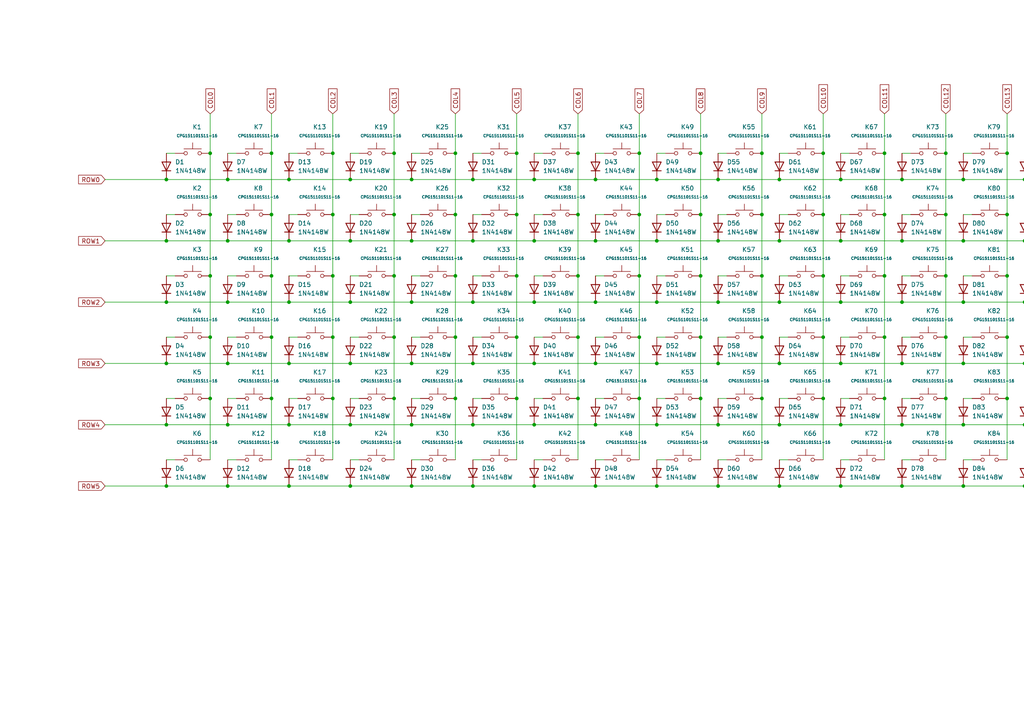
<source format=kicad_sch>
(kicad_sch (version 20230121) (generator eeschema)
  (paper "A4")
  (junction (at 172.72 140.97))
  (junction (at 190.5 87.63))
  (junction (at 279.4 140.97))
  (junction (at 66.04 123.19))
  (junction (at 60.96 97.79))
  (junction (at 332.74 105.41))
  (junction (at 119.38 140.97))
  (junction (at 96.52 62.23))
  (junction (at 279.4 52.07))
  (junction (at 363.22 44.45))
  (junction (at 238.76 97.79))
  (junction (at 154.94 87.63))
  (junction (at 167.64 80.01))
  (junction (at 345.44 80.01))
  (junction (at 274.32 62.23))
  (junction (at 314.96 52.07))
  (junction (at 256.54 97.79))
  (junction (at 350.52 52.07))
  (junction (at 132.08 80.01))
  (junction (at 238.76 115.57))
  (junction (at 332.74 123.19))
  (junction (at 208.28 123.19))
  (junction (at 203.2 80.01))
  (junction (at 327.66 44.45))
  (junction (at 220.98 62.23))
  (junction (at 172.72 52.07))
  (junction (at 256.54 80.01))
  (junction (at 309.88 97.79))
  (junction (at 332.74 52.07))
  (junction (at 119.38 87.63))
  (junction (at 48.26 140.97))
  (junction (at 363.22 80.01))
  (junction (at 309.88 115.57))
  (junction (at 154.94 140.97))
  (junction (at 137.16 105.41))
  (junction (at 292.1 115.57))
  (junction (at 78.74 115.57))
  (junction (at 172.72 105.41))
  (junction (at 154.94 123.19))
  (junction (at 185.42 62.23))
  (junction (at 256.54 44.45))
  (junction (at 83.82 105.41))
  (junction (at 172.72 69.85))
  (junction (at 297.18 105.41))
  (junction (at 83.82 140.97))
  (junction (at 154.94 52.07))
  (junction (at 137.16 69.85))
  (junction (at 119.38 105.41))
  (junction (at 132.08 44.45))
  (junction (at 226.06 52.07))
  (junction (at 208.28 52.07))
  (junction (at 226.06 69.85))
  (junction (at 363.22 62.23))
  (junction (at 172.72 123.19))
  (junction (at 274.32 44.45))
  (junction (at 96.52 80.01))
  (junction (at 350.52 140.97))
  (junction (at 149.86 80.01))
  (junction (at 190.5 123.19))
  (junction (at 185.42 44.45))
  (junction (at 314.96 105.41))
  (junction (at 332.74 69.85))
  (junction (at 279.4 69.85))
  (junction (at 350.52 69.85))
  (junction (at 167.64 115.57))
  (junction (at 203.2 97.79))
  (junction (at 66.04 52.07))
  (junction (at 83.82 52.07))
  (junction (at 261.62 105.41))
  (junction (at 60.96 44.45))
  (junction (at 208.28 105.41))
  (junction (at 48.26 105.41))
  (junction (at 314.96 123.19))
  (junction (at 96.52 97.79))
  (junction (at 297.18 52.07))
  (junction (at 314.96 140.97))
  (junction (at 48.26 69.85))
  (junction (at 149.86 62.23))
  (junction (at 66.04 87.63))
  (junction (at 220.98 44.45))
  (junction (at 137.16 140.97))
  (junction (at 345.44 115.57))
  (junction (at 314.96 69.85))
  (junction (at 154.94 105.41))
  (junction (at 83.82 123.19))
  (junction (at 114.3 115.57))
  (junction (at 114.3 44.45))
  (junction (at 327.66 80.01))
  (junction (at 185.42 80.01))
  (junction (at 208.28 87.63))
  (junction (at 297.18 69.85))
  (junction (at 60.96 80.01))
  (junction (at 256.54 62.23))
  (junction (at 119.38 52.07))
  (junction (at 292.1 44.45))
  (junction (at 132.08 115.57))
  (junction (at 279.4 105.41))
  (junction (at 226.06 87.63))
  (junction (at 203.2 115.57))
  (junction (at 274.32 80.01))
  (junction (at 190.5 105.41))
  (junction (at 48.26 52.07))
  (junction (at 220.98 115.57))
  (junction (at 185.42 115.57))
  (junction (at 132.08 97.79))
  (junction (at 78.74 97.79))
  (junction (at 345.44 44.45))
  (junction (at 226.06 105.41))
  (junction (at 220.98 80.01))
  (junction (at 345.44 62.23))
  (junction (at 292.1 97.79))
  (junction (at 226.06 123.19))
  (junction (at 190.5 140.97))
  (junction (at 279.4 87.63))
  (junction (at 119.38 123.19))
  (junction (at 314.96 87.63))
  (junction (at 101.6 69.85))
  (junction (at 226.06 140.97))
  (junction (at 114.3 97.79))
  (junction (at 292.1 80.01))
  (junction (at 261.62 87.63))
  (junction (at 78.74 44.45))
  (junction (at 274.32 97.79))
  (junction (at 167.64 44.45))
  (junction (at 350.52 123.19))
  (junction (at 208.28 69.85))
  (junction (at 203.2 62.23))
  (junction (at 363.22 97.79))
  (junction (at 292.1 62.23))
  (junction (at 60.96 62.23))
  (junction (at 167.64 62.23))
  (junction (at 190.5 69.85))
  (junction (at 208.28 140.97))
  (junction (at 363.22 115.57))
  (junction (at 149.86 115.57))
  (junction (at 297.18 87.63))
  (junction (at 256.54 115.57))
  (junction (at 66.04 140.97))
  (junction (at 154.94 69.85))
  (junction (at 243.84 105.41))
  (junction (at 137.16 52.07))
  (junction (at 274.32 115.57))
  (junction (at 114.3 62.23))
  (junction (at 114.3 80.01))
  (junction (at 167.64 97.79))
  (junction (at 261.62 123.19))
  (junction (at 261.62 140.97))
  (junction (at 297.18 140.97))
  (junction (at 83.82 69.85))
  (junction (at 96.52 44.45))
  (junction (at 132.08 62.23))
  (junction (at 243.84 87.63))
  (junction (at 119.38 69.85))
  (junction (at 327.66 115.57))
  (junction (at 101.6 123.19))
  (junction (at 279.4 123.19))
  (junction (at 238.76 80.01))
  (junction (at 149.86 44.45))
  (junction (at 48.26 123.19))
  (junction (at 309.88 44.45))
  (junction (at 101.6 52.07))
  (junction (at 243.84 69.85))
  (junction (at 350.52 105.41))
  (junction (at 83.82 87.63))
  (junction (at 101.6 105.41))
  (junction (at 149.86 97.79))
  (junction (at 96.52 115.57))
  (junction (at 101.6 140.97))
  (junction (at 261.62 52.07))
  (junction (at 350.52 87.63))
  (junction (at 327.66 97.79))
  (junction (at 48.26 87.63))
  (junction (at 185.42 97.79))
  (junction (at 137.16 87.63))
  (junction (at 243.84 52.07))
  (junction (at 137.16 123.19))
  (junction (at 66.04 69.85))
  (junction (at 243.84 123.19))
  (junction (at 309.88 80.01))
  (junction (at 238.76 44.45))
  (junction (at 66.04 105.41))
  (junction (at 327.66 62.23))
  (junction (at 243.84 140.97))
  (junction (at 309.88 62.23))
  (junction (at 332.74 87.63))
  (junction (at 261.62 69.85))
  (junction (at 203.2 44.45))
  (junction (at 238.76 62.23))
  (junction (at 345.44 97.79))
  (junction (at 297.18 123.19))
  (junction (at 78.74 62.23))
  (junction (at 60.96 115.57))
  (junction (at 101.6 87.63))
  (junction (at 220.98 97.79))
  (junction (at 190.5 52.07))
  (junction (at 78.74 80.01))
  (junction (at 332.74 140.97))
  (junction (at 172.72 87.63))
  (wire (pts (xy 350.52 69.85) (xy 368.3 69.85)))
  (wire (pts (xy 172.72 80.01) (xy 175.26 80.01)))
  (wire (pts (xy 66.04 69.85) (xy 83.82 69.85)))
  (wire (pts (xy 363.22 44.45) (xy 363.22 62.23)))
  (wire (pts (xy 226.06 69.85) (xy 243.84 69.85)))
  (wire (pts (xy 167.64 33.02) (xy 167.64 44.45)))
  (wire (pts (xy 220.98 62.23) (xy 220.98 80.01)))
  (wire (pts (xy 101.6 123.19) (xy 119.38 123.19)))
  (wire (pts (xy 154.94 44.45) (xy 157.48 44.45)))
  (wire (pts (xy 172.72 97.79) (xy 175.26 97.79)))
  (wire (pts (xy 350.52 105.41) (xy 368.3 105.41)))
  (wire (pts (xy 332.74 115.57) (xy 335.28 115.57)))
  (wire (pts (xy 66.04 62.23) (xy 68.58 62.23)))
  (wire (pts (xy 279.4 80.01) (xy 281.94 80.01)))
  (wire (pts (xy 256.54 44.45) (xy 256.54 62.23)))
  (wire (pts (xy 172.72 133.35) (xy 175.26 133.35)))
  (wire (pts (xy 279.4 105.41) (xy 297.18 105.41)))
  (wire (pts (xy 226.06 97.79) (xy 228.6 97.79)))
  (wire (pts (xy 149.86 80.01) (xy 149.86 97.79)))
  (wire (pts (xy 332.74 80.01) (xy 335.28 80.01)))
  (wire (pts (xy 332.74 97.79) (xy 335.28 97.79)))
  (wire (pts (xy 83.82 133.35) (xy 86.36 133.35)))
  (wire (pts (xy 345.44 33.02) (xy 345.44 44.45)))
  (wire (pts (xy 154.94 52.07) (xy 172.72 52.07)))
  (wire (pts (xy 30.48 140.97) (xy 48.26 140.97)))
  (wire (pts (xy 78.74 44.45) (xy 78.74 62.23)))
  (wire (pts (xy 345.44 115.57) (xy 345.44 133.35)))
  (wire (pts (xy 309.88 80.01) (xy 309.88 97.79)))
  (wire (pts (xy 154.94 140.97) (xy 172.72 140.97)))
  (wire (pts (xy 314.96 105.41) (xy 332.74 105.41)))
  (wire (pts (xy 238.76 80.01) (xy 238.76 97.79)))
  (wire (pts (xy 327.66 97.79) (xy 327.66 115.57)))
  (wire (pts (xy 154.94 115.57) (xy 157.48 115.57)))
  (wire (pts (xy 132.08 80.01) (xy 132.08 97.79)))
  (wire (pts (xy 309.88 97.79) (xy 309.88 115.57)))
  (wire (pts (xy 226.06 52.07) (xy 243.84 52.07)))
  (wire (pts (xy 48.26 105.41) (xy 66.04 105.41)))
  (wire (pts (xy 226.06 80.01) (xy 228.6 80.01)))
  (wire (pts (xy 172.72 87.63) (xy 190.5 87.63)))
  (wire (pts (xy 132.08 44.45) (xy 132.08 62.23)))
  (wire (pts (xy 243.84 80.01) (xy 246.38 80.01)))
  (wire (pts (xy 279.4 87.63) (xy 297.18 87.63)))
  (wire (pts (xy 297.18 115.57) (xy 299.72 115.57)))
  (wire (pts (xy 309.88 115.57) (xy 309.88 133.35)))
  (wire (pts (xy 154.94 62.23) (xy 157.48 62.23)))
  (wire (pts (xy 332.74 44.45) (xy 335.28 44.45)))
  (wire (pts (xy 350.52 44.45) (xy 353.06 44.45)))
  (wire (pts (xy 220.98 115.57) (xy 220.98 133.35)))
  (wire (pts (xy 185.42 80.01) (xy 185.42 97.79)))
  (wire (pts (xy 78.74 80.01) (xy 78.74 97.79)))
  (wire (pts (xy 292.1 80.01) (xy 292.1 97.79)))
  (wire (pts (xy 154.94 123.19) (xy 172.72 123.19)))
  (wire (pts (xy 83.82 97.79) (xy 86.36 97.79)))
  (wire (pts (xy 190.5 87.63) (xy 208.28 87.63)))
  (wire (pts (xy 261.62 80.01) (xy 264.16 80.01)))
  (wire (pts (xy 203.2 44.45) (xy 203.2 62.23)))
  (wire (pts (xy 137.16 105.41) (xy 154.94 105.41)))
  (wire (pts (xy 119.38 44.45) (xy 121.92 44.45)))
  (wire (pts (xy 274.32 44.45) (xy 274.32 62.23)))
  (wire (pts (xy 119.38 115.57) (xy 121.92 115.57)))
  (wire (pts (xy 190.5 123.19) (xy 208.28 123.19)))
  (wire (pts (xy 119.38 123.19) (xy 137.16 123.19)))
  (wire (pts (xy 154.94 133.35) (xy 157.48 133.35)))
  (wire (pts (xy 190.5 140.97) (xy 208.28 140.97)))
  (wire (pts (xy 314.96 80.01) (xy 317.5 80.01)))
  (wire (pts (xy 350.52 123.19) (xy 368.3 123.19)))
  (wire (pts (xy 78.74 115.57) (xy 78.74 133.35)))
  (wire (pts (xy 274.32 33.02) (xy 274.32 44.45)))
  (wire (pts (xy 101.6 52.07) (xy 119.38 52.07)))
  (wire (pts (xy 60.96 97.79) (xy 60.96 115.57)))
  (wire (pts (xy 314.96 69.85) (xy 332.74 69.85)))
  (wire (pts (xy 48.26 69.85) (xy 66.04 69.85)))
  (wire (pts (xy 363.22 33.02) (xy 363.22 44.45)))
  (wire (pts (xy 66.04 115.57) (xy 68.58 115.57)))
  (wire (pts (xy 172.72 69.85) (xy 190.5 69.85)))
  (wire (pts (xy 132.08 62.23) (xy 132.08 80.01)))
  (wire (pts (xy 226.06 140.97) (xy 243.84 140.97)))
  (wire (pts (xy 167.64 44.45) (xy 167.64 62.23)))
  (wire (pts (xy 83.82 123.19) (xy 101.6 123.19)))
  (wire (pts (xy 363.22 62.23) (xy 363.22 80.01)))
  (wire (pts (xy 297.18 140.97) (xy 314.96 140.97)))
  (wire (pts (xy 101.6 105.41) (xy 119.38 105.41)))
  (wire (pts (xy 190.5 62.23) (xy 193.04 62.23)))
  (wire (pts (xy 30.48 52.07) (xy 48.26 52.07)))
  (wire (pts (xy 149.86 115.57) (xy 149.86 133.35)))
  (wire (pts (xy 350.52 140.97) (xy 368.3 140.97)))
  (wire (pts (xy 314.96 115.57) (xy 317.5 115.57)))
  (wire (pts (xy 137.16 52.07) (xy 154.94 52.07)))
  (wire (pts (xy 279.4 123.19) (xy 297.18 123.19)))
  (wire (pts (xy 48.26 87.63) (xy 66.04 87.63)))
  (wire (pts (xy 279.4 69.85) (xy 297.18 69.85)))
  (wire (pts (xy 114.3 33.02) (xy 114.3 44.45)))
  (wire (pts (xy 132.08 33.02) (xy 132.08 44.45)))
  (wire (pts (xy 137.16 62.23) (xy 139.7 62.23)))
  (wire (pts (xy 101.6 62.23) (xy 104.14 62.23)))
  (wire (pts (xy 279.4 44.45) (xy 281.94 44.45)))
  (wire (pts (xy 60.96 62.23) (xy 60.96 80.01)))
  (wire (pts (xy 274.32 80.01) (xy 274.32 97.79)))
  (wire (pts (xy 203.2 62.23) (xy 203.2 80.01)))
  (wire (pts (xy 185.42 44.45) (xy 185.42 62.23)))
  (wire (pts (xy 137.16 123.19) (xy 154.94 123.19)))
  (wire (pts (xy 66.04 44.45) (xy 68.58 44.45)))
  (wire (pts (xy 48.26 44.45) (xy 50.8 44.45)))
  (wire (pts (xy 96.52 44.45) (xy 96.52 62.23)))
  (wire (pts (xy 208.28 62.23) (xy 210.82 62.23)))
  (wire (pts (xy 83.82 69.85) (xy 101.6 69.85)))
  (wire (pts (xy 363.22 115.57) (xy 363.22 133.35)))
  (wire (pts (xy 238.76 115.57) (xy 238.76 133.35)))
  (wire (pts (xy 279.4 62.23) (xy 281.94 62.23)))
  (wire (pts (xy 96.52 115.57) (xy 96.52 133.35)))
  (wire (pts (xy 309.88 62.23) (xy 309.88 80.01)))
  (wire (pts (xy 314.96 87.63) (xy 332.74 87.63)))
  (wire (pts (xy 243.84 115.57) (xy 246.38 115.57)))
  (wire (pts (xy 332.74 105.41) (xy 350.52 105.41)))
  (wire (pts (xy 256.54 115.57) (xy 256.54 133.35)))
  (wire (pts (xy 350.52 115.57) (xy 353.06 115.57)))
  (wire (pts (xy 114.3 80.01) (xy 114.3 97.79)))
  (wire (pts (xy 238.76 33.02) (xy 238.76 44.45)))
  (wire (pts (xy 243.84 105.41) (xy 261.62 105.41)))
  (wire (pts (xy 96.52 97.79) (xy 96.52 115.57)))
  (wire (pts (xy 78.74 97.79) (xy 78.74 115.57)))
  (wire (pts (xy 243.84 123.19) (xy 261.62 123.19)))
  (wire (pts (xy 83.82 87.63) (xy 101.6 87.63)))
  (wire (pts (xy 190.5 44.45) (xy 193.04 44.45)))
  (wire (pts (xy 332.74 140.97) (xy 350.52 140.97)))
  (wire (pts (xy 261.62 44.45) (xy 264.16 44.45)))
  (wire (pts (xy 48.26 133.35) (xy 50.8 133.35)))
  (wire (pts (xy 309.88 33.02) (xy 309.88 44.45)))
  (wire (pts (xy 149.86 33.02) (xy 149.86 44.45)))
  (wire (pts (xy 119.38 97.79) (xy 121.92 97.79)))
  (wire (pts (xy 243.84 97.79) (xy 246.38 97.79)))
  (wire (pts (xy 297.18 87.63) (xy 314.96 87.63)))
  (wire (pts (xy 119.38 87.63) (xy 137.16 87.63)))
  (wire (pts (xy 297.18 52.07) (xy 314.96 52.07)))
  (wire (pts (xy 226.06 87.63) (xy 243.84 87.63)))
  (wire (pts (xy 96.52 33.02) (xy 96.52 44.45)))
  (wire (pts (xy 208.28 140.97) (xy 226.06 140.97)))
  (wire (pts (xy 243.84 52.07) (xy 261.62 52.07)))
  (wire (pts (xy 243.84 69.85) (xy 261.62 69.85)))
  (wire (pts (xy 274.32 97.79) (xy 274.32 115.57)))
  (wire (pts (xy 274.32 62.23) (xy 274.32 80.01)))
  (wire (pts (xy 83.82 115.57) (xy 86.36 115.57)))
  (wire (pts (xy 172.72 44.45) (xy 175.26 44.45)))
  (wire (pts (xy 48.26 97.79) (xy 50.8 97.79)))
  (wire (pts (xy 30.48 69.85) (xy 48.26 69.85)))
  (wire (pts (xy 256.54 62.23) (xy 256.54 80.01)))
  (wire (pts (xy 345.44 62.23) (xy 345.44 80.01)))
  (wire (pts (xy 314.96 44.45) (xy 317.5 44.45)))
  (wire (pts (xy 60.96 44.45) (xy 60.96 62.23)))
  (wire (pts (xy 226.06 105.41) (xy 243.84 105.41)))
  (wire (pts (xy 119.38 140.97) (xy 137.16 140.97)))
  (wire (pts (xy 208.28 44.45) (xy 210.82 44.45)))
  (wire (pts (xy 137.16 44.45) (xy 139.7 44.45)))
  (wire (pts (xy 363.22 97.79) (xy 363.22 115.57)))
  (wire (pts (xy 332.74 133.35) (xy 335.28 133.35)))
  (wire (pts (xy 78.74 62.23) (xy 78.74 80.01)))
  (wire (pts (xy 137.16 97.79) (xy 139.7 97.79)))
  (wire (pts (xy 154.94 80.01) (xy 157.48 80.01)))
  (wire (pts (xy 190.5 115.57) (xy 193.04 115.57)))
  (wire (pts (xy 238.76 62.23) (xy 238.76 80.01)))
  (wire (pts (xy 350.52 62.23) (xy 353.06 62.23)))
  (wire (pts (xy 137.16 140.97) (xy 154.94 140.97)))
  (wire (pts (xy 154.94 87.63) (xy 172.72 87.63)))
  (wire (pts (xy 208.28 87.63) (xy 226.06 87.63)))
  (wire (pts (xy 297.18 123.19) (xy 314.96 123.19)))
  (wire (pts (xy 226.06 133.35) (xy 228.6 133.35)))
  (wire (pts (xy 96.52 62.23) (xy 96.52 80.01)))
  (wire (pts (xy 167.64 80.01) (xy 167.64 97.79)))
  (wire (pts (xy 114.3 97.79) (xy 114.3 115.57)))
  (wire (pts (xy 185.42 97.79) (xy 185.42 115.57)))
  (wire (pts (xy 297.18 105.41) (xy 314.96 105.41)))
  (wire (pts (xy 185.42 115.57) (xy 185.42 133.35)))
  (wire (pts (xy 314.96 140.97) (xy 332.74 140.97)))
  (wire (pts (xy 332.74 87.63) (xy 350.52 87.63)))
  (wire (pts (xy 332.74 69.85) (xy 350.52 69.85)))
  (wire (pts (xy 30.48 87.63) (xy 48.26 87.63)))
  (wire (pts (xy 314.96 62.23) (xy 317.5 62.23)))
  (wire (pts (xy 350.52 133.35) (xy 353.06 133.35)))
  (wire (pts (xy 137.16 80.01) (xy 139.7 80.01)))
  (wire (pts (xy 167.64 115.57) (xy 167.64 133.35)))
  (wire (pts (xy 327.66 33.02) (xy 327.66 44.45)))
  (wire (pts (xy 48.26 140.97) (xy 66.04 140.97)))
  (wire (pts (xy 172.72 115.57) (xy 175.26 115.57)))
  (wire (pts (xy 238.76 44.45) (xy 238.76 62.23)))
  (wire (pts (xy 149.86 97.79) (xy 149.86 115.57)))
  (wire (pts (xy 208.28 123.19) (xy 226.06 123.19)))
  (wire (pts (xy 208.28 105.41) (xy 226.06 105.41)))
  (wire (pts (xy 137.16 133.35) (xy 139.7 133.35)))
  (wire (pts (xy 30.48 123.19) (xy 48.26 123.19)))
  (wire (pts (xy 332.74 62.23) (xy 335.28 62.23)))
  (wire (pts (xy 48.26 52.07) (xy 66.04 52.07)))
  (wire (pts (xy 314.96 52.07) (xy 332.74 52.07)))
  (wire (pts (xy 256.54 33.02) (xy 256.54 44.45)))
  (wire (pts (xy 208.28 52.07) (xy 226.06 52.07)))
  (wire (pts (xy 297.18 133.35) (xy 299.72 133.35)))
  (wire (pts (xy 101.6 133.35) (xy 104.14 133.35)))
  (wire (pts (xy 172.72 62.23) (xy 175.26 62.23)))
  (wire (pts (xy 226.06 44.45) (xy 228.6 44.45)))
  (wire (pts (xy 297.18 44.45) (xy 299.72 44.45)))
  (wire (pts (xy 345.44 80.01) (xy 345.44 97.79)))
  (wire (pts (xy 208.28 80.01) (xy 210.82 80.01)))
  (wire (pts (xy 261.62 62.23) (xy 264.16 62.23)))
  (wire (pts (xy 292.1 44.45) (xy 292.1 62.23)))
  (wire (pts (xy 350.52 80.01) (xy 353.06 80.01)))
  (wire (pts (xy 261.62 52.07) (xy 279.4 52.07)))
  (wire (pts (xy 66.04 97.79) (xy 68.58 97.79)))
  (wire (pts (xy 66.04 87.63) (xy 83.82 87.63)))
  (wire (pts (xy 243.84 133.35) (xy 246.38 133.35)))
  (wire (pts (xy 149.86 44.45) (xy 149.86 62.23)))
  (wire (pts (xy 48.26 62.23) (xy 50.8 62.23)))
  (wire (pts (xy 132.08 97.79) (xy 132.08 115.57)))
  (wire (pts (xy 203.2 97.79) (xy 203.2 115.57)))
  (wire (pts (xy 83.82 140.97) (xy 101.6 140.97)))
  (wire (pts (xy 363.22 80.01) (xy 363.22 97.79)))
  (wire (pts (xy 30.48 105.41) (xy 48.26 105.41)))
  (wire (pts (xy 314.96 133.35) (xy 317.5 133.35)))
  (wire (pts (xy 190.5 97.79) (xy 193.04 97.79)))
  (wire (pts (xy 292.1 97.79) (xy 292.1 115.57)))
  (wire (pts (xy 154.94 97.79) (xy 157.48 97.79)))
  (wire (pts (xy 292.1 33.02) (xy 292.1 44.45)))
  (wire (pts (xy 243.84 62.23) (xy 246.38 62.23)))
  (wire (pts (xy 172.72 52.07) (xy 190.5 52.07)))
  (wire (pts (xy 101.6 97.79) (xy 104.14 97.79)))
  (wire (pts (xy 185.42 62.23) (xy 185.42 80.01)))
  (wire (pts (xy 327.66 115.57) (xy 327.66 133.35)))
  (wire (pts (xy 208.28 133.35) (xy 210.82 133.35)))
  (wire (pts (xy 220.98 44.45) (xy 220.98 62.23)))
  (wire (pts (xy 48.26 115.57) (xy 50.8 115.57)))
  (wire (pts (xy 208.28 69.85) (xy 226.06 69.85)))
  (wire (pts (xy 243.84 140.97) (xy 261.62 140.97)))
  (wire (pts (xy 327.66 44.45) (xy 327.66 62.23)))
  (wire (pts (xy 292.1 115.57) (xy 292.1 133.35)))
  (wire (pts (xy 243.84 87.63) (xy 261.62 87.63)))
  (wire (pts (xy 60.96 33.02) (xy 60.96 44.45)))
  (wire (pts (xy 226.06 123.19) (xy 243.84 123.19)))
  (wire (pts (xy 279.4 97.79) (xy 281.94 97.79)))
  (wire (pts (xy 261.62 87.63) (xy 279.4 87.63)))
  (wire (pts (xy 114.3 62.23) (xy 114.3 80.01)))
  (wire (pts (xy 83.82 52.07) (xy 101.6 52.07)))
  (wire (pts (xy 83.82 44.45) (xy 86.36 44.45)))
  (wire (pts (xy 114.3 115.57) (xy 114.3 133.35)))
  (wire (pts (xy 279.4 133.35) (xy 281.94 133.35)))
  (wire (pts (xy 297.18 69.85) (xy 314.96 69.85)))
  (wire (pts (xy 66.04 123.19) (xy 83.82 123.19)))
  (wire (pts (xy 167.64 97.79) (xy 167.64 115.57)))
  (wire (pts (xy 297.18 80.01) (xy 299.72 80.01)))
  (wire (pts (xy 279.4 140.97) (xy 297.18 140.97)))
  (wire (pts (xy 154.94 69.85) (xy 172.72 69.85)))
  (wire (pts (xy 261.62 105.41) (xy 279.4 105.41)))
  (wire (pts (xy 314.96 123.19) (xy 332.74 123.19)))
  (wire (pts (xy 172.72 105.41) (xy 190.5 105.41)))
  (wire (pts (xy 256.54 80.01) (xy 256.54 97.79)))
  (wire (pts (xy 203.2 80.01) (xy 203.2 97.79)))
  (wire (pts (xy 279.4 115.57) (xy 281.94 115.57)))
  (wire (pts (xy 137.16 87.63) (xy 154.94 87.63)))
  (wire (pts (xy 83.82 62.23) (xy 86.36 62.23)))
  (wire (pts (xy 172.72 140.97) (xy 190.5 140.97)))
  (wire (pts (xy 256.54 97.79) (xy 256.54 115.57)))
  (wire (pts (xy 132.08 115.57) (xy 132.08 133.35)))
  (wire (pts (xy 101.6 44.45) (xy 104.14 44.45)))
  (wire (pts (xy 66.04 52.07) (xy 83.82 52.07)))
  (wire (pts (xy 208.28 97.79) (xy 210.82 97.79)))
  (wire (pts (xy 149.86 62.23) (xy 149.86 80.01)))
  (wire (pts (xy 48.26 80.01) (xy 50.8 80.01)))
  (wire (pts (xy 119.38 62.23) (xy 121.92 62.23)))
  (wire (pts (xy 78.74 33.02) (xy 78.74 44.45)))
  (wire (pts (xy 279.4 52.07) (xy 297.18 52.07)))
  (wire (pts (xy 119.38 80.01) (xy 121.92 80.01)))
  (wire (pts (xy 60.96 80.01) (xy 60.96 97.79)))
  (wire (pts (xy 119.38 105.41) (xy 137.16 105.41)))
  (wire (pts (xy 154.94 105.41) (xy 172.72 105.41)))
  (wire (pts (xy 314.96 97.79) (xy 317.5 97.79)))
  (wire (pts (xy 101.6 140.97) (xy 119.38 140.97)))
  (wire (pts (xy 101.6 80.01) (xy 104.14 80.01)))
  (wire (pts (xy 119.38 52.07) (xy 137.16 52.07)))
  (wire (pts (xy 190.5 133.35) (xy 193.04 133.35)))
  (wire (pts (xy 83.82 80.01) (xy 86.36 80.01)))
  (wire (pts (xy 114.3 44.45) (xy 114.3 62.23)))
  (wire (pts (xy 185.42 33.02) (xy 185.42 44.45)))
  (wire (pts (xy 350.52 97.79) (xy 353.06 97.79)))
  (wire (pts (xy 119.38 133.35) (xy 121.92 133.35)))
  (wire (pts (xy 261.62 97.79) (xy 264.16 97.79)))
  (wire (pts (xy 226.06 115.57) (xy 228.6 115.57)))
  (wire (pts (xy 190.5 69.85) (xy 208.28 69.85)))
  (wire (pts (xy 190.5 105.41) (xy 208.28 105.41)))
  (wire (pts (xy 190.5 52.07) (xy 208.28 52.07)))
  (wire (pts (xy 101.6 115.57) (xy 104.14 115.57)))
  (wire (pts (xy 327.66 80.01) (xy 327.66 97.79)))
  (wire (pts (xy 350.52 52.07) (xy 368.3 52.07)))
  (wire (pts (xy 83.82 105.41) (xy 101.6 105.41)))
  (wire (pts (xy 226.06 62.23) (xy 228.6 62.23)))
  (wire (pts (xy 220.98 80.01) (xy 220.98 97.79)))
  (wire (pts (xy 167.64 62.23) (xy 167.64 80.01)))
  (wire (pts (xy 297.18 97.79) (xy 299.72 97.79)))
  (wire (pts (xy 60.96 115.57) (xy 60.96 133.35)))
  (wire (pts (xy 261.62 140.97) (xy 279.4 140.97)))
  (wire (pts (xy 203.2 115.57) (xy 203.2 133.35)))
  (wire (pts (xy 203.2 33.02) (xy 203.2 44.45)))
  (wire (pts (xy 243.84 44.45) (xy 246.38 44.45)))
  (wire (pts (xy 220.98 33.02) (xy 220.98 44.45)))
  (wire (pts (xy 274.32 115.57) (xy 274.32 133.35)))
  (wire (pts (xy 327.66 62.23) (xy 327.66 80.01)))
  (wire (pts (xy 292.1 62.23) (xy 292.1 80.01)))
  (wire (pts (xy 66.04 140.97) (xy 83.82 140.97)))
  (wire (pts (xy 261.62 115.57) (xy 264.16 115.57)))
  (wire (pts (xy 101.6 69.85) (xy 119.38 69.85)))
  (wire (pts (xy 119.38 69.85) (xy 137.16 69.85)))
  (wire (pts (xy 137.16 69.85) (xy 154.94 69.85)))
  (wire (pts (xy 48.26 123.19) (xy 66.04 123.19)))
  (wire (pts (xy 261.62 123.19) (xy 279.4 123.19)))
  (wire (pts (xy 261.62 69.85) (xy 279.4 69.85)))
  (wire (pts (xy 172.72 123.19) (xy 190.5 123.19)))
  (wire (pts (xy 101.6 87.63) (xy 119.38 87.63)))
  (wire (pts (xy 208.28 115.57) (xy 210.82 115.57)))
  (wire (pts (xy 332.74 123.19) (xy 350.52 123.19)))
  (wire (pts (xy 350.52 87.63) (xy 368.3 87.63)))
  (wire (pts (xy 137.16 115.57) (xy 139.7 115.57)))
  (wire (pts (xy 66.04 80.01) (xy 68.58 80.01)))
  (wire (pts (xy 96.52 80.01) (xy 96.52 97.79)))
  (wire (pts (xy 261.62 133.35) (xy 264.16 133.35)))
  (wire (pts (xy 297.18 62.23) (xy 299.72 62.23)))
  (wire (pts (xy 238.76 97.79) (xy 238.76 115.57)))
  (wire (pts (xy 345.44 97.79) (xy 345.44 115.57)))
  (wire (pts (xy 66.04 105.41) (xy 83.82 105.41)))
  (wire (pts (xy 309.88 44.45) (xy 309.88 62.23)))
  (wire (pts (xy 190.5 80.01) (xy 193.04 80.01)))
  (wire (pts (xy 220.98 97.79) (xy 220.98 115.57)))
  (wire (pts (xy 66.04 133.35) (xy 68.58 133.35)))
  (wire (pts (xy 345.44 44.45) (xy 345.44 62.23)))
  (wire (pts (xy 332.74 52.07) (xy 350.52 52.07)))
  (global_label "ROW0" (shape input) (at 30.48 52.07 180) (property "Intersheetrefs" "${INTERSHEET_REFS}" (effects hide)))
  (global_label "COL3" (shape input) (at 114.3 33.02 90) (property "Intersheetrefs" "${INTERSHEET_REFS}" (effects hide)))
  (global_label "COL5" (shape input) (at 149.86 33.02 90) (property "Intersheetrefs" "${INTERSHEET_REFS}" (effects hide)))
  (global_label "COL12" (shape input) (at 274.32 33.02 90) (property "Intersheetrefs" "${INTERSHEET_REFS}" (effects hide)))
  (global_label "ROW1" (shape input) (at 30.48 69.85 180) (property "Intersheetrefs" "${INTERSHEET_REFS}" (effects hide)))
  (global_label "COL4" (shape input) (at 132.08 33.02 90) (property "Intersheetrefs" "${INTERSHEET_REFS}" (effects hide)))
  (global_label "ROW2" (shape input) (at 30.48 87.63 180) (property "Intersheetrefs" "${INTERSHEET_REFS}" (effects hide)))
  (global_label "ROW5" (shape input) (at 30.48 140.97 180) (property "Intersheetrefs" "${INTERSHEET_REFS}" (effects hide)))
  (global_label "COL13" (shape input) (at 292.1 33.02 90) (property "Intersheetrefs" "${INTERSHEET_REFS}" (effects hide)))
  (global_label "COL10" (shape input) (at 238.76 33.02 90) (property "Intersheetrefs" "${INTERSHEET_REFS}" (effects hide)))
  (global_label "COL7" (shape input) (at 185.42 33.02 90) (property "Intersheetrefs" "${INTERSHEET_REFS}" (effects hide)))
  (global_label "COL16" (shape input) (at 345.44 33.02 90) (property "Intersheetrefs" "${INTERSHEET_REFS}" (effects hide)))
  (global_label "COL15" (shape input) (at 327.66 33.02 90) (property "Intersheetrefs" "${INTERSHEET_REFS}" (effects hide)))
  (global_label "ROW3" (shape input) (at 30.48 105.41 180) (property "Intersheetrefs" "${INTERSHEET_REFS}" (effects hide)))
  (global_label "COL8" (shape input) (at 203.2 33.02 90) (property "Intersheetrefs" "${INTERSHEET_REFS}" (effects hide)))
  (global_label "COL17" (shape input) (at 363.22 33.02 90) (property "Intersheetrefs" "${INTERSHEET_REFS}" (effects hide)))
  (global_label "COL2" (shape input) (at 96.52 33.02 90) (property "Intersheetrefs" "${INTERSHEET_REFS}" (effects hide)))
  (global_label "COL9" (shape input) (at 220.98 33.02 90) (property "Intersheetrefs" "${INTERSHEET_REFS}" (effects hide)))
  (global_label "COL0" (shape input) (at 60.96 33.02 90) (property "Intersheetrefs" "${INTERSHEET_REFS}" (effects hide)))
  (global_label "ROW4" (shape input) (at 30.48 123.19 180) (property "Intersheetrefs" "${INTERSHEET_REFS}" (effects hide)))
  (global_label "COL6" (shape input) (at 167.64 33.02 90) (property "Intersheetrefs" "${INTERSHEET_REFS}" (effects hide)))
  (global_label "COL11" (shape input) (at 256.54 33.02 90) (property "Intersheetrefs" "${INTERSHEET_REFS}" (effects hide)))
  (global_label "COL1" (shape input) (at 78.74 33.02 90) (property "Intersheetrefs" "${INTERSHEET_REFS}" (effects hide)))
  (global_label "COL14" (shape input) (at 309.88 33.02 90) (property "Intersheetrefs" "${INTERSHEET_REFS}" (effects hide)))
  (symbol (lib_id "Switch:SW_Push") (at 304.8 115.57 0) (mirror y) (unit 1)
    (property "Reference" "K89" (at 306.07 107.95 0))
    (property "Value" "CPG151101S11-16" (at 306.07 110.49 0) (effects (font (size 0.8 0.8))))
    (property "Footprint" "MX_Hotswap:MX-Hotswap-1U" (effects hide))
  )
  (symbol (lib_id "Switch:SW_Push") (at 340.36 80.01 0) (mirror y) (unit 1)
    (property "Reference" "K99" (at 341.63 72.39 0))
    (property "Value" "CPG151101S11-16" (at 341.63 74.93 0) (effects (font (size 0.8 0.8))))
    (property "Footprint" "MX_Hotswap:MX-Hotswap-1U" (effects hide))
  )
  (symbol (lib_id "Switch:SW_Push") (at 233.68 80.01 0) (mirror y) (unit 1)
    (property "Reference" "K63" (at 234.95 72.39 0))
    (property "Value" "CPG151101S11-16" (at 234.95 74.93 0) (effects (font (size 0.8 0.8))))
    (property "Footprint" "MX_Hotswap:MX-Hotswap-1U" (effects hide))
  )
  (symbol (lib_id "Diode:1N4148W") (at 314.96 48.26 90) (unit 1)
    (property "Reference" "D91" (at 317.5 46.99 90) (effects (justify right)))
    (property "Value" "1N4148W" (at 317.5 49.53 90) (effects (justify right)))
    (property "Footprint" "locallib:D_SOD-123-MinimalPrint" (effects hide))
    (property "Datasheet" "https://www.vishay.com/docs/85748/1n4148w.pdf" (effects hide))
    (property "Sim.Device" "D" (effects hide))
    (property "Sim.Pins" "1=K 2=A" (effects hide))
  )
  (symbol (lib_id "Switch:SW_Push") (at 269.24 80.01 0) (mirror y) (unit 1)
    (property "Reference" "K75" (at 270.51 72.39 0))
    (property "Value" "CPG151101S11-16" (at 270.51 74.93 0) (effects (font (size 0.8 0.8))))
    (property "Footprint" "MX_Hotswap:MX-Hotswap-1U" (effects hide))
  )
  (symbol (lib_id "Diode:1N4148W") (at 332.74 119.38 90) (unit 1)
    (property "Reference" "D101" (at 335.28 118.11 90) (effects (justify right)))
    (property "Value" "1N4148W" (at 335.28 120.65 90) (effects (justify right)))
    (property "Footprint" "locallib:D_SOD-123-MinimalPrint" (effects hide))
    (property "Datasheet" "https://www.vishay.com/docs/85748/1n4148w.pdf" (effects hide))
    (property "Sim.Device" "D" (effects hide))
    (property "Sim.Pins" "1=K 2=A" (effects hide))
  )
  (symbol (lib_id "Switch:SW_Push") (at 55.88 80.01 0) (mirror y) (unit 1)
    (property "Reference" "K3" (at 57.15 72.39 0))
    (property "Value" "CPG151101S11-16" (at 57.15 74.93 0) (effects (font (size 0.8 0.8))))
    (property "Footprint" "MX_Hotswap:MX-Hotswap-1U" (effects hide))
  )
  (symbol (lib_id "Diode:1N4148W") (at 154.94 66.04 90) (unit 1)
    (property "Reference" "D38" (at 157.48 64.77 90) (effects (justify right)))
    (property "Value" "1N4148W" (at 157.48 67.31 90) (effects (justify right)))
    (property "Footprint" "locallib:D_SOD-123-MinimalPrint" (effects hide))
    (property "Datasheet" "https://www.vishay.com/docs/85748/1n4148w.pdf" (effects hide))
    (property "Sim.Device" "D" (effects hide))
    (property "Sim.Pins" "1=K 2=A" (effects hide))
  )
  (symbol (lib_id "Diode:1N4148W") (at 66.04 66.04 90) (unit 1)
    (property "Reference" "D8" (at 68.58 64.77 90) (effects (justify right)))
    (property "Value" "1N4148W" (at 68.58 67.31 90) (effects (justify right)))
    (property "Footprint" "locallib:D_SOD-123-MinimalPrint" (effects hide))
    (property "Datasheet" "https://www.vishay.com/docs/85748/1n4148w.pdf" (effects hide))
    (property "Sim.Device" "D" (effects hide))
    (property "Sim.Pins" "1=K 2=A" (effects hide))
  )
  (symbol (lib_id "Diode:1N4148W") (at 243.84 119.38 90) (unit 1)
    (property "Reference" "D71" (at 246.38 118.11 90) (effects (justify right)))
    (property "Value" "1N4148W" (at 246.38 120.65 90) (effects (justify right)))
    (property "Footprint" "locallib:D_SOD-123-MinimalPrint" (effects hide))
    (property "Datasheet" "https://www.vishay.com/docs/85748/1n4148w.pdf" (effects hide))
    (property "Sim.Device" "D" (effects hide))
    (property "Sim.Pins" "1=K 2=A" (effects hide))
  )
  (symbol (lib_id "Diode:1N4148W") (at 226.06 66.04 90) (unit 1)
    (property "Reference" "D62" (at 228.6 64.77 90) (effects (justify right)))
    (property "Value" "1N4148W" (at 228.6 67.31 90) (effects (justify right)))
    (property "Footprint" "locallib:D_SOD-123-MinimalPrint" (effects hide))
    (property "Datasheet" "https://www.vishay.com/docs/85748/1n4148w.pdf" (effects hide))
    (property "Sim.Device" "D" (effects hide))
    (property "Sim.Pins" "1=K 2=A" (effects hide))
  )
  (symbol (lib_id "Switch:SW_Push") (at 233.68 133.35 0) (mirror y) (unit 1)
    (property "Reference" "K66" (at 234.95 125.73 0))
    (property "Value" "CPG151101S11-16" (at 234.95 128.27 0) (effects (font (size 0.8 0.8))))
    (property "Footprint" "MX_Hotswap:MX-Hotswap-1U" (effects hide))
  )
  (symbol (lib_id "Diode:1N4148W") (at 48.26 137.16 90) (unit 1)
    (property "Reference" "D6" (at 50.8 135.89 90) (effects (justify right)))
    (property "Value" "1N4148W" (at 50.8 138.43 90) (effects (justify right)))
    (property "Footprint" "locallib:D_SOD-123-MinimalPrint" (effects hide))
    (property "Datasheet" "https://www.vishay.com/docs/85748/1n4148w.pdf" (effects hide))
    (property "Sim.Device" "D" (effects hide))
    (property "Sim.Pins" "1=K 2=A" (effects hide))
  )
  (symbol (lib_id "Diode:1N4148W") (at 297.18 48.26 90) (unit 1)
    (property "Reference" "D85" (at 299.72 46.99 90) (effects (justify right)))
    (property "Value" "1N4148W" (at 299.72 49.53 90) (effects (justify right)))
    (property "Footprint" "locallib:D_SOD-123-MinimalPrint" (effects hide))
    (property "Datasheet" "https://www.vishay.com/docs/85748/1n4148w.pdf" (effects hide))
    (property "Sim.Device" "D" (effects hide))
    (property "Sim.Pins" "1=K 2=A" (effects hide))
  )
  (symbol (lib_id "Switch:SW_Push") (at 73.66 115.57 0) (mirror y) (unit 1)
    (property "Reference" "K11" (at 74.93 107.95 0))
    (property "Value" "CPG151101S11-16" (at 74.93 110.49 0) (effects (font (size 0.8 0.8))))
    (property "Footprint" "MX_Hotswap:MX-Hotswap-1U" (effects hide))
  )
  (symbol (lib_id "Switch:SW_Push") (at 322.58 97.79 0) (mirror y) (unit 1)
    (property "Reference" "K94" (at 323.85 90.17 0))
    (property "Value" "CPG151101S11-16" (at 323.85 92.71 0) (effects (font (size 0.8 0.8))))
    (property "Footprint" "MX_Hotswap:MX-Hotswap-1U" (effects hide))
  )
  (symbol (lib_id "Diode:1N4148W") (at 119.38 48.26 90) (unit 1)
    (property "Reference" "D25" (at 121.92 46.99 90) (effects (justify right)))
    (property "Value" "1N4148W" (at 121.92 49.53 90) (effects (justify right)))
    (property "Footprint" "locallib:D_SOD-123-MinimalPrint" (effects hide))
    (property "Datasheet" "https://www.vishay.com/docs/85748/1n4148w.pdf" (effects hide))
    (property "Sim.Device" "D" (effects hide))
    (property "Sim.Pins" "1=K 2=A" (effects hide))
  )
  (symbol (lib_id "Switch:SW_Push") (at 73.66 44.45 0) (mirror y) (unit 1)
    (property "Reference" "K7" (at 74.93 36.83 0))
    (property "Value" "CPG151101S11-16" (at 74.93 39.37 0) (effects (font (size 0.8 0.8))))
    (property "Footprint" "MX_Hotswap:MX-Hotswap-1U" (effects hide))
  )
  (symbol (lib_id "Switch:SW_Push") (at 127 62.23 0) (mirror y) (unit 1)
    (property "Reference" "K26" (at 128.27 54.61 0))
    (property "Value" "CPG151101S11-16" (at 128.27 57.15 0) (effects (font (size 0.8 0.8))))
    (property "Footprint" "MX_Hotswap:MX-Hotswap-1U" (effects hide))
  )
  (symbol (lib_id "Switch:SW_Push") (at 198.12 80.01 0) (mirror y) (unit 1)
    (property "Reference" "K51" (at 199.39 72.39 0))
    (property "Value" "CPG151101S11-16" (at 199.39 74.93 0) (effects (font (size 0.8 0.8))))
    (property "Footprint" "MX_Hotswap:MX-Hotswap-1U" (effects hide))
  )
  (symbol (lib_id "Diode:1N4148W") (at 226.06 101.6 90) (unit 1)
    (property "Reference" "D64" (at 228.6 100.33 90) (effects (justify right)))
    (property "Value" "1N4148W" (at 228.6 102.87 90) (effects (justify right)))
    (property "Footprint" "locallib:D_SOD-123-MinimalPrint" (effects hide))
    (property "Datasheet" "https://www.vishay.com/docs/85748/1n4148w.pdf" (effects hide))
    (property "Sim.Device" "D" (effects hide))
    (property "Sim.Pins" "1=K 2=A" (effects hide))
  )
  (symbol (lib_id "Switch:SW_Push") (at 358.14 115.57 0) (mirror y) (unit 1)
    (property "Reference" "K107" (at 359.41 107.95 0))
    (property "Value" "CPG151101S11-16" (at 359.41 110.49 0) (effects (font (size 0.8 0.8))))
    (property "Footprint" "MX_Hotswap:MX-Hotswap-1U" (effects hide))
  )
  (symbol (lib_id "Diode:1N4148W") (at 297.18 66.04 90) (unit 1)
    (property "Reference" "D86" (at 299.72 64.77 90) (effects (justify right)))
    (property "Value" "1N4148W" (at 299.72 67.31 90) (effects (justify right)))
    (property "Footprint" "locallib:D_SOD-123-MinimalPrint" (effects hide))
    (property "Datasheet" "https://www.vishay.com/docs/85748/1n4148w.pdf" (effects hide))
    (property "Sim.Device" "D" (effects hide))
    (property "Sim.Pins" "1=K 2=A" (effects hide))
  )
  (symbol (lib_id "Diode:1N4148W") (at 350.52 137.16 90) (unit 1)
    (property "Reference" "D108" (at 353.06 135.89 90) (effects (justify right)))
    (property "Value" "1N4148W" (at 353.06 138.43 90) (effects (justify right)))
    (property "Footprint" "locallib:D_SOD-123-MinimalPrint" (effects hide))
    (property "Datasheet" "https://www.vishay.com/docs/85748/1n4148w.pdf" (effects hide))
    (property "Sim.Device" "D" (effects hide))
    (property "Sim.Pins" "1=K 2=A" (effects hide))
  )
  (symbol (lib_id "Switch:SW_Push") (at 215.9 97.79 0) (mirror y) (unit 1)
    (property "Reference" "K58" (at 217.17 90.17 0))
    (property "Value" "CPG151101S11-16" (at 217.17 92.71 0) (effects (font (size 0.8 0.8))))
    (property "Footprint" "MX_Hotswap:MX-Hotswap-1U" (effects hide))
  )
  (symbol (lib_id "Diode:1N4148W") (at 261.62 137.16 90) (unit 1)
    (property "Reference" "D78" (at 264.16 135.89 90) (effects (justify right)))
    (property "Value" "1N4148W" (at 264.16 138.43 90) (effects (justify right)))
    (property "Footprint" "locallib:D_SOD-123-MinimalPrint" (effects hide))
    (property "Datasheet" "https://www.vishay.com/docs/85748/1n4148w.pdf" (effects hide))
    (property "Sim.Device" "D" (effects hide))
    (property "Sim.Pins" "1=K 2=A" (effects hide))
  )
  (symbol (lib_id "Diode:1N4148W") (at 279.4 137.16 90) (unit 1)
    (property "Reference" "D84" (at 281.94 135.89 90) (effects (justify right)))
    (property "Value" "1N4148W" (at 281.94 138.43 90) (effects (justify right)))
    (property "Footprint" "locallib:D_SOD-123-MinimalPrint" (effects hide))
    (property "Datasheet" "https://www.vishay.com/docs/85748/1n4148w.pdf" (effects hide))
    (property "Sim.Device" "D" (effects hide))
    (property "Sim.Pins" "1=K 2=A" (effects hide))
  )
  (symbol (lib_id "Switch:SW_Push") (at 91.44 115.57 0) (mirror y) (unit 1)
    (property "Reference" "K17" (at 92.71 107.95 0))
    (property "Value" "CPG151101S11-16" (at 92.71 110.49 0) (effects (font (size 0.8 0.8))))
    (property "Footprint" "MX_Hotswap:MX-Hotswap-1U" (effects hide))
  )
  (symbol (lib_id "Switch:SW_Push") (at 91.44 97.79 0) (mirror y) (unit 1)
    (property "Reference" "K16" (at 92.71 90.17 0))
    (property "Value" "CPG151101S11-16" (at 92.71 92.71 0) (effects (font (size 0.8 0.8))))
    (property "Footprint" "MX_Hotswap:MX-Hotswap-1U" (effects hide))
  )
  (symbol (lib_id "Switch:SW_Push") (at 162.56 97.79 0) (mirror y) (unit 1)
    (property "Reference" "K40" (at 163.83 90.17 0))
    (property "Value" "CPG151101S11-16" (at 163.83 92.71 0) (effects (font (size 0.8 0.8))))
    (property "Footprint" "MX_Hotswap:MX-Hotswap-1U" (effects hide))
  )
  (symbol (lib_id "Diode:1N4148W") (at 208.28 101.6 90) (unit 1)
    (property "Reference" "D58" (at 210.82 100.33 90) (effects (justify right)))
    (property "Value" "1N4148W" (at 210.82 102.87 90) (effects (justify right)))
    (property "Footprint" "locallib:D_SOD-123-MinimalPrint" (effects hide))
    (property "Datasheet" "https://www.vishay.com/docs/85748/1n4148w.pdf" (effects hide))
    (property "Sim.Device" "D" (effects hide))
    (property "Sim.Pins" "1=K 2=A" (effects hide))
  )
  (symbol (lib_id "Switch:SW_Push") (at 304.8 80.01 0) (mirror y) (unit 1)
    (property "Reference" "K87" (at 306.07 72.39 0))
    (property "Value" "CPG151101S11-16" (at 306.07 74.93 0) (effects (font (size 0.8 0.8))))
    (property "Footprint" "MX_Hotswap:MX-Hotswap-1U" (effects hide))
  )
  (symbol (lib_id "Diode:1N4148W") (at 208.28 119.38 90) (unit 1)
    (property "Reference" "D59" (at 210.82 118.11 90) (effects (justify right)))
    (property "Value" "1N4148W" (at 210.82 120.65 90) (effects (justify right)))
    (property "Footprint" "locallib:D_SOD-123-MinimalPrint" (effects hide))
    (property "Datasheet" "https://www.vishay.com/docs/85748/1n4148w.pdf" (effects hide))
    (property "Sim.Device" "D" (effects hide))
    (property "Sim.Pins" "1=K 2=A" (effects hide))
  )
  (symbol (lib_id "Switch:SW_Push") (at 127 133.35 0) (mirror y) (unit 1)
    (property "Reference" "K30" (at 128.27 125.73 0))
    (property "Value" "CPG151101S11-16" (at 128.27 128.27 0) (effects (font (size 0.8 0.8))))
    (property "Footprint" "MX_Hotswap:MX-Hotswap-1U" (effects hide))
  )
  (symbol (lib_id "Diode:1N4148W") (at 137.16 119.38 90) (unit 1)
    (property "Reference" "D35" (at 139.7 118.11 90) (effects (justify right)))
    (property "Value" "1N4148W" (at 139.7 120.65 90) (effects (justify right)))
    (property "Footprint" "locallib:D_SOD-123-MinimalPrint" (effects hide))
    (property "Datasheet" "https://www.vishay.com/docs/85748/1n4148w.pdf" (effects hide))
    (property "Sim.Device" "D" (effects hide))
    (property "Sim.Pins" "1=K 2=A" (effects hide))
  )
  (symbol (lib_id "Switch:SW_Push") (at 73.66 133.35 0) (mirror y) (unit 1)
    (property "Reference" "K12" (at 74.93 125.73 0))
    (property "Value" "CPG151101S11-16" (at 74.93 128.27 0) (effects (font (size 0.8 0.8))))
    (property "Footprint" "MX_Hotswap:MX-Hotswap-1U" (effects hide))
  )
  (symbol (lib_id "Diode:1N4148W") (at 208.28 83.82 90) (unit 1)
    (property "Reference" "D57" (at 210.82 82.55 90) (effects (justify right)))
    (property "Value" "1N4148W" (at 210.82 85.09 90) (effects (justify right)))
    (property "Footprint" "locallib:D_SOD-123-MinimalPrint" (effects hide))
    (property "Datasheet" "https://www.vishay.com/docs/85748/1n4148w.pdf" (effects hide))
    (property "Sim.Device" "D" (effects hide))
    (property "Sim.Pins" "1=K 2=A" (effects hide))
  )
  (symbol (lib_id "Diode:1N4148W") (at 314.96 137.16 90) (unit 1)
    (property "Reference" "D96" (at 317.5 135.89 90) (effects (justify right)))
    (property "Value" "1N4148W" (at 317.5 138.43 90) (effects (justify right)))
    (property "Footprint" "locallib:D_SOD-123-MinimalPrint" (effects hide))
    (property "Datasheet" "https://www.vishay.com/docs/85748/1n4148w.pdf" (effects hide))
    (property "Sim.Device" "D" (effects hide))
    (property "Sim.Pins" "1=K 2=A" (effects hide))
  )
  (symbol (lib_id "Diode:1N4148W") (at 332.74 83.82 90) (unit 1)
    (property "Reference" "D99" (at 335.28 82.55 90) (effects (justify right)))
    (property "Value" "1N4148W" (at 335.28 85.09 90) (effects (justify right)))
    (property "Footprint" "locallib:D_SOD-123-MinimalPrint" (effects hide))
    (property "Datasheet" "https://www.vishay.com/docs/85748/1n4148w.pdf" (effects hide))
    (property "Sim.Device" "D" (effects hide))
    (property "Sim.Pins" "1=K 2=A" (effects hide))
  )
  (symbol (lib_id "Switch:SW_Push") (at 55.88 133.35 0) (mirror y) (unit 1)
    (property "Reference" "K6" (at 57.15 125.73 0))
    (property "Value" "CPG151101S11-16" (at 57.15 128.27 0) (effects (font (size 0.8 0.8))))
    (property "Footprint" "MX_Hotswap:MX-Hotswap-1U" (effects hide))
  )
  (symbol (lib_id "Diode:1N4148W") (at 226.06 119.38 90) (unit 1)
    (property "Reference" "D65" (at 228.6 118.11 90) (effects (justify right)))
    (property "Value" "1N4148W" (at 228.6 120.65 90) (effects (justify right)))
    (property "Footprint" "locallib:D_SOD-123-MinimalPrint" (effects hide))
    (property "Datasheet" "https://www.vishay.com/docs/85748/1n4148w.pdf" (effects hide))
    (property "Sim.Device" "D" (effects hide))
    (property "Sim.Pins" "1=K 2=A" (effects hide))
  )
  (symbol (lib_id "Diode:1N4148W") (at 190.5 83.82 90) (unit 1)
    (property "Reference" "D51" (at 193.04 82.55 90) (effects (justify right)))
    (property "Value" "1N4148W" (at 193.04 85.09 90) (effects (justify right)))
    (property "Footprint" "locallib:D_SOD-123-MinimalPrint" (effects hide))
    (property "Datasheet" "https://www.vishay.com/docs/85748/1n4148w.pdf" (effects hide))
    (property "Sim.Device" "D" (effects hide))
    (property "Sim.Pins" "1=K 2=A" (effects hide))
  )
  (symbol (lib_id "Switch:SW_Push") (at 287.02 80.01 0) (mirror y) (unit 1)
    (property "Reference" "K81" (at 288.29 72.39 0))
    (property "Value" "CPG151101S11-16" (at 288.29 74.93 0) (effects (font (size 0.8 0.8))))
    (property "Footprint" "MX_Hotswap:MX-Hotswap-1U" (effects hide))
  )
  (symbol (lib_id "Switch:SW_Push") (at 287.02 97.79 0) (mirror y) (unit 1)
    (property "Reference" "K82" (at 288.29 90.17 0))
    (property "Value" "CPG151101S11-16" (at 288.29 92.71 0) (effects (font (size 0.8 0.8))))
    (property "Footprint" "MX_Hotswap:MX-Hotswap-1U" (effects hide))
  )
  (symbol (lib_id "Switch:SW_Push") (at 198.12 62.23 0) (mirror y) (unit 1)
    (property "Reference" "K50" (at 199.39 54.61 0))
    (property "Value" "CPG151101S11-16" (at 199.39 57.15 0) (effects (font (size 0.8 0.8))))
    (property "Footprint" "MX_Hotswap:MX-Hotswap-1U" (effects hide))
  )
  (symbol (lib_id "Diode:1N4148W") (at 101.6 83.82 90) (unit 1)
    (property "Reference" "D21" (at 104.14 82.55 90) (effects (justify right)))
    (property "Value" "1N4148W" (at 104.14 85.09 90) (effects (justify right)))
    (property "Footprint" "locallib:D_SOD-123-MinimalPrint" (effects hide))
    (property "Datasheet" "https://www.vishay.com/docs/85748/1n4148w.pdf" (effects hide))
    (property "Sim.Device" "D" (effects hide))
    (property "Sim.Pins" "1=K 2=A" (effects hide))
  )
  (symbol (lib_id "Diode:1N4148W") (at 154.94 83.82 90) (unit 1)
    (property "Reference" "D39" (at 157.48 82.55 90) (effects (justify right)))
    (property "Value" "1N4148W" (at 157.48 85.09 90) (effects (justify right)))
    (property "Footprint" "locallib:D_SOD-123-MinimalPrint" (effects hide))
    (property "Datasheet" "https://www.vishay.com/docs/85748/1n4148w.pdf" (effects hide))
    (property "Sim.Device" "D" (effects hide))
    (property "Sim.Pins" "1=K 2=A" (effects hide))
  )
  (symbol (lib_id "Diode:1N4148W") (at 243.84 48.26 90) (unit 1)
    (property "Reference" "D67" (at 246.38 46.99 90) (effects (justify right)))
    (property "Value" "1N4148W" (at 246.38 49.53 90) (effects (justify right)))
    (property "Footprint" "locallib:D_SOD-123-MinimalPrint" (effects hide))
    (property "Datasheet" "https://www.vishay.com/docs/85748/1n4148w.pdf" (effects hide))
    (property "Sim.Device" "D" (effects hide))
    (property "Sim.Pins" "1=K 2=A" (effects hide))
  )
  (symbol (lib_id "Switch:SW_Push") (at 340.36 62.23 0) (mirror y) (unit 1)
    (property "Reference" "K98" (at 341.63 54.61 0))
    (property "Value" "CPG151101S11-16" (at 341.63 57.15 0) (effects (font (size 0.8 0.8))))
    (property "Footprint" "MX_Hotswap:MX-Hotswap-1U" (effects hide))
  )
  (symbol (lib_id "Diode:1N4148W") (at 172.72 119.38 90) (unit 1)
    (property "Reference" "D47" (at 175.26 118.11 90) (effects (justify right)))
    (property "Value" "1N4148W" (at 175.26 120.65 90) (effects (justify right)))
    (property "Footprint" "locallib:D_SOD-123-MinimalPrint" (effects hide))
    (property "Datasheet" "https://www.vishay.com/docs/85748/1n4148w.pdf" (effects hide))
    (property "Sim.Device" "D" (effects hide))
    (property "Sim.Pins" "1=K 2=A" (effects hide))
  )
  (symbol (lib_id "Switch:SW_Push") (at 91.44 80.01 0) (mirror y) (unit 1)
    (property "Reference" "K15" (at 92.71 72.39 0))
    (property "Value" "CPG151101S11-16" (at 92.71 74.93 0) (effects (font (size 0.8 0.8))))
    (property "Footprint" "MX_Hotswap:MX-Hotswap-1U" (effects hide))
  )
  (symbol (lib_id "Diode:1N4148W") (at 48.26 101.6 90) (unit 1)
    (property "Reference" "D4" (at 50.8 100.33 90) (effects (justify right)))
    (property "Value" "1N4148W" (at 50.8 102.87 90) (effects (justify right)))
    (property "Footprint" "locallib:D_SOD-123-MinimalPrint" (effects hide))
    (property "Datasheet" "https://www.vishay.com/docs/85748/1n4148w.pdf" (effects hide))
    (property "Sim.Device" "D" (effects hide))
    (property "Sim.Pins" "1=K 2=A" (effects hide))
  )
  (symbol (lib_id "Diode:1N4148W") (at 190.5 137.16 90) (unit 1)
    (property "Reference" "D54" (at 193.04 135.89 90) (effects (justify right)))
    (property "Value" "1N4148W" (at 193.04 138.43 90) (effects (justify right)))
    (property "Footprint" "locallib:D_SOD-123-MinimalPrint" (effects hide))
    (property "Datasheet" "https://www.vishay.com/docs/85748/1n4148w.pdf" (effects hide))
    (property "Sim.Device" "D" (effects hide))
    (property "Sim.Pins" "1=K 2=A" (effects hide))
  )
  (symbol (lib_id "Diode:1N4148W") (at 279.4 66.04 90) (unit 1)
    (property "Reference" "D80" (at 281.94 64.77 90) (effects (justify right)))
    (property "Value" "1N4148W" (at 281.94 67.31 90) (effects (justify right)))
    (property "Footprint" "locallib:D_SOD-123-MinimalPrint" (effects hide))
    (property "Datasheet" "https://www.vishay.com/docs/85748/1n4148w.pdf" (effects hide))
    (property "Sim.Device" "D" (effects hide))
    (property "Sim.Pins" "1=K 2=A" (effects hide))
  )
  (symbol (lib_id "Diode:1N4148W") (at 297.18 119.38 90) (unit 1)
    (property "Reference" "D89" (at 299.72 118.11 90) (effects (justify right)))
    (property "Value" "1N4148W" (at 299.72 120.65 90) (effects (justify right)))
    (property "Footprint" "locallib:D_SOD-123-MinimalPrint" (effects hide))
    (property "Datasheet" "https://www.vishay.com/docs/85748/1n4148w.pdf" (effects hide))
    (property "Sim.Device" "D" (effects hide))
    (property "Sim.Pins" "1=K 2=A" (effects hide))
  )
  (symbol (lib_id "Diode:1N4148W") (at 190.5 119.38 90) (unit 1)
    (property "Reference" "D53" (at 193.04 118.11 90) (effects (justify right)))
    (property "Value" "1N4148W" (at 193.04 120.65 90) (effects (justify right)))
    (property "Footprint" "locallib:D_SOD-123-MinimalPrint" (effects hide))
    (property "Datasheet" "https://www.vishay.com/docs/85748/1n4148w.pdf" (effects hide))
    (property "Sim.Device" "D" (effects hide))
    (property "Sim.Pins" "1=K 2=A" (effects hide))
  )
  (symbol (lib_id "Diode:1N4148W") (at 119.38 83.82 90) (unit 1)
    (property "Reference" "D27" (at 121.92 82.55 90) (effects (justify right)))
    (property "Value" "1N4148W" (at 121.92 85.09 90) (effects (justify right)))
    (property "Footprint" "locallib:D_SOD-123-MinimalPrint" (effects hide))
    (property "Datasheet" "https://www.vishay.com/docs/85748/1n4148w.pdf" (effects hide))
    (property "Sim.Device" "D" (effects hide))
    (property "Sim.Pins" "1=K 2=A" (effects hide))
  )
  (symbol (lib_id "Diode:1N4148W") (at 226.06 137.16 90) (unit 1)
    (property "Reference" "D66" (at 228.6 135.89 90) (effects (justify right)))
    (property "Value" "1N4148W" (at 228.6 138.43 90) (effects (justify right)))
    (property "Footprint" "locallib:D_SOD-123-MinimalPrint" (effects hide))
    (property "Datasheet" "https://www.vishay.com/docs/85748/1n4148w.pdf" (effects hide))
    (property "Sim.Device" "D" (effects hide))
    (property "Sim.Pins" "1=K 2=A" (effects hide))
  )
  (symbol (lib_id "Diode:1N4148W") (at 154.94 119.38 90) (unit 1)
    (property "Reference" "D41" (at 157.48 118.11 90) (effects (justify right)))
    (property "Value" "1N4148W" (at 157.48 120.65 90) (effects (justify right)))
    (property "Footprint" "locallib:D_SOD-123-MinimalPrint" (effects hide))
    (property "Datasheet" "https://www.vishay.com/docs/85748/1n4148w.pdf" (effects hide))
    (property "Sim.Device" "D" (effects hide))
    (property "Sim.Pins" "1=K 2=A" (effects hide))
  )
  (symbol (lib_id "Switch:SW_Push") (at 251.46 44.45 0) (mirror y) (unit 1)
    (property "Reference" "K67" (at 252.73 36.83 0))
    (property "Value" "CPG151101S11-16" (at 252.73 39.37 0) (effects (font (size 0.8 0.8))))
    (property "Footprint" "MX_Hotswap:MX-Hotswap-1U" (effects hide))
  )
  (symbol (lib_id "Switch:SW_Push") (at 180.34 62.23 0) (mirror y) (unit 1)
    (property "Reference" "K44" (at 181.61 54.61 0))
    (property "Value" "CPG151101S11-16" (at 181.61 57.15 0) (effects (font (size 0.8 0.8))))
    (property "Footprint" "MX_Hotswap:MX-Hotswap-1U" (effects hide))
  )
  (symbol (lib_id "Diode:1N4148W") (at 83.82 101.6 90) (unit 1)
    (property "Reference" "D16" (at 86.36 100.33 90) (effects (justify right)))
    (property "Value" "1N4148W" (at 86.36 102.87 90) (effects (justify right)))
    (property "Footprint" "locallib:D_SOD-123-MinimalPrint" (effects hide))
    (property "Datasheet" "https://www.vishay.com/docs/85748/1n4148w.pdf" (effects hide))
    (property "Sim.Device" "D" (effects hide))
    (property "Sim.Pins" "1=K 2=A" (effects hide))
  )
  (symbol (lib_id "Switch:SW_Push") (at 91.44 44.45 0) (mirror y) (unit 1)
    (property "Reference" "K13" (at 92.71 36.83 0))
    (property "Value" "CPG151101S11-16" (at 92.71 39.37 0) (effects (font (size 0.8 0.8))))
    (property "Footprint" "MX_Hotswap:MX-Hotswap-1U" (effects hide))
  )
  (symbol (lib_id "Switch:SW_Push") (at 304.8 133.35 0) (mirror y) (unit 1)
    (property "Reference" "K90" (at 306.07 125.73 0))
    (property "Value" "CPG151101S11-16" (at 306.07 128.27 0) (effects (font (size 0.8 0.8))))
    (property "Footprint" "MX_Hotswap:MX-Hotswap-1U" (effects hide))
  )
  (symbol (lib_id "Diode:1N4148W") (at 350.52 101.6 90) (unit 1)
    (property "Reference" "D106" (at 353.06 100.33 90) (effects (justify right)))
    (property "Value" "1N4148W" (at 353.06 102.87 90) (effects (justify right)))
    (property "Footprint" "locallib:D_SOD-123-MinimalPrint" (effects hide))
    (property "Datasheet" "https://www.vishay.com/docs/85748/1n4148w.pdf" (effects hide))
    (property "Sim.Device" "D" (effects hide))
    (property "Sim.Pins" "1=K 2=A" (effects hide))
  )
  (symbol (lib_id "Diode:1N4148W") (at 66.04 101.6 90) (unit 1)
    (property "Reference" "D10" (at 68.58 100.33 90) (effects (justify right)))
    (property "Value" "1N4148W" (at 68.58 102.87 90) (effects (justify right)))
    (property "Footprint" "locallib:D_SOD-123-MinimalPrint" (effects hide))
    (property "Datasheet" "https://www.vishay.com/docs/85748/1n4148w.pdf" (effects hide))
    (property "Sim.Device" "D" (effects hide))
    (property "Sim.Pins" "1=K 2=A" (effects hide))
  )
  (symbol (lib_id "Diode:1N4148W") (at 137.16 83.82 90) (unit 1)
    (property "Reference" "D33" (at 139.7 82.55 90) (effects (justify right)))
    (property "Value" "1N4148W" (at 139.7 85.09 90) (effects (justify right)))
    (property "Footprint" "locallib:D_SOD-123-MinimalPrint" (effects hide))
    (property "Datasheet" "https://www.vishay.com/docs/85748/1n4148w.pdf" (effects hide))
    (property "Sim.Device" "D" (effects hide))
    (property "Sim.Pins" "1=K 2=A" (effects hide))
  )
  (symbol (lib_id "Switch:SW_Push") (at 340.36 44.45 0) (mirror y) (unit 1)
    (property "Reference" "K97" (at 341.63 36.83 0))
    (property "Value" "CPG151101S11-16" (at 341.63 39.37 0) (effects (font (size 0.8 0.8))))
    (property "Footprint" "MX_Hotswap:MX-Hotswap-1U" (effects hide))
  )
  (symbol (lib_id "Diode:1N4148W") (at 279.4 83.82 90) (unit 1)
    (property "Reference" "D81" (at 281.94 82.55 90) (effects (justify right)))
    (property "Value" "1N4148W" (at 281.94 85.09 90) (effects (justify right)))
    (property "Footprint" "locallib:D_SOD-123-MinimalPrint" (effects hide))
    (property "Datasheet" "https://www.vishay.com/docs/85748/1n4148w.pdf" (effects hide))
    (property "Sim.Device" "D" (effects hide))
    (property "Sim.Pins" "1=K 2=A" (effects hide))
  )
  (symbol (lib_id "Diode:1N4148W") (at 101.6 119.38 90) (unit 1)
    (property "Reference" "D23" (at 104.14 118.11 90) (effects (justify right)))
    (property "Value" "1N4148W" (at 104.14 120.65 90) (effects (justify right)))
    (property "Footprint" "locallib:D_SOD-123-MinimalPrint" (effects hide))
    (property "Datasheet" "https://www.vishay.com/docs/85748/1n4148w.pdf" (effects hide))
    (property "Sim.Device" "D" (effects hide))
    (property "Sim.Pins" "1=K 2=A" (effects hide))
  )
  (symbol (lib_id "Switch:SW_Push") (at 109.22 62.23 0) (mirror y) (unit 1)
    (property "Reference" "K20" (at 110.49 54.61 0))
    (property "Value" "CPG151101S11-16" (at 110.49 57.15 0) (effects (font (size 0.8 0.8))))
    (property "Footprint" "MX_Hotswap:MX-Hotswap-1U" (effects hide))
  )
  (symbol (lib_id "Diode:1N4148W") (at 350.52 48.26 90) (unit 1)
    (property "Reference" "D103" (at 353.06 46.99 90) (effects (justify right)))
    (property "Value" "1N4148W" (at 353.06 49.53 90) (effects (justify right)))
    (property "Footprint" "locallib:D_SOD-123-MinimalPrint" (effects hide))
    (property "Datasheet" "https://www.vishay.com/docs/85748/1n4148w.pdf" (effects hide))
    (property "Sim.Device" "D" (effects hide))
    (property "Sim.Pins" "1=K 2=A" (effects hide))
  )
  (symbol (lib_id "Diode:1N4148W") (at 243.84 83.82 90) (unit 1)
    (property "Reference" "D69" (at 246.38 82.55 90) (effects (justify right)))
    (property "Value" "1N4148W" (at 246.38 85.09 90) (effects (justify right)))
    (property "Footprint" "locallib:D_SOD-123-MinimalPrint" (effects hide))
    (property "Datasheet" "https://www.vishay.com/docs/85748/1n4148w.pdf" (effects hide))
    (property "Sim.Device" "D" (effects hide))
    (property "Sim.Pins" "1=K 2=A" (effects hide))
  )
  (symbol (lib_id "Diode:1N4148W") (at 332.74 137.16 90) (unit 1)
    (property "Reference" "D102" (at 335.28 135.89 90) (effects (justify right)))
    (property "Value" "1N4148W" (at 335.28 138.43 90) (effects (justify right)))
    (property "Footprint" "locallib:D_SOD-123-MinimalPrint" (effects hide))
    (property "Datasheet" "https://www.vishay.com/docs/85748/1n4148w.pdf" (effects hide))
    (property "Sim.Device" "D" (effects hide))
    (property "Sim.Pins" "1=K 2=A" (effects hide))
  )
  (symbol (lib_id "Diode:1N4148W") (at 137.16 101.6 90) (unit 1)
    (property "Reference" "D34" (at 139.7 100.33 90) (effects (justify right)))
    (property "Value" "1N4148W" (at 139.7 102.87 90) (effects (justify right)))
    (property "Footprint" "locallib:D_SOD-123-MinimalPrint" (effects hide))
    (property "Datasheet" "https://www.vishay.com/docs/85748/1n4148w.pdf" (effects hide))
    (property "Sim.Device" "D" (effects hide))
    (property "Sim.Pins" "1=K 2=A" (effects hide))
  )
  (symbol (lib_id "Switch:SW_Push") (at 198.12 44.45 0) (mirror y) (unit 1)
    (property "Reference" "K49" (at 199.39 36.83 0))
    (property "Value" "CPG151101S11-16" (at 199.39 39.37 0) (effects (font (size 0.8 0.8))))
    (property "Footprint" "MX_Hotswap:MX-Hotswap-1U" (effects hide))
  )
  (symbol (lib_id "Diode:1N4148W") (at 172.72 83.82 90) (unit 1)
    (property "Reference" "D45" (at 175.26 82.55 90) (effects (justify right)))
    (property "Value" "1N4148W" (at 175.26 85.09 90) (effects (justify right)))
    (property "Footprint" "locallib:D_SOD-123-MinimalPrint" (effects hide))
    (property "Datasheet" "https://www.vishay.com/docs/85748/1n4148w.pdf" (effects hide))
    (property "Sim.Device" "D" (effects hide))
    (property "Sim.Pins" "1=K 2=A" (effects hide))
  )
  (symbol (lib_id "Switch:SW_Push") (at 109.22 133.35 0) (mirror y) (unit 1)
    (property "Reference" "K24" (at 110.49 125.73 0))
    (property "Value" "CPG151101S11-16" (at 110.49 128.27 0) (effects (font (size 0.8 0.8))))
    (property "Footprint" "MX_Hotswap:MX-Hotswap-1U" (effects hide))
  )
  (symbol (lib_id "Diode:1N4148W") (at 172.72 66.04 90) (unit 1)
    (property "Reference" "D44" (at 175.26 64.77 90) (effects (justify right)))
    (property "Value" "1N4148W" (at 175.26 67.31 90) (effects (justify right)))
    (property "Footprint" "locallib:D_SOD-123-MinimalPrint" (effects hide))
    (property "Datasheet" "https://www.vishay.com/docs/85748/1n4148w.pdf" (effects hide))
    (property "Sim.Device" "D" (effects hide))
    (property "Sim.Pins" "1=K 2=A" (effects hide))
  )
  (symbol (lib_id "Diode:1N4148W") (at 83.82 66.04 90) (unit 1)
    (property "Reference" "D14" (at 86.36 64.77 90) (effects (justify right)))
    (property "Value" "1N4148W" (at 86.36 67.31 90) (effects (justify right)))
    (property "Footprint" "locallib:D_SOD-123-MinimalPrint" (effects hide))
    (property "Datasheet" "https://www.vishay.com/docs/85748/1n4148w.pdf" (effects hide))
    (property "Sim.Device" "D" (effects hide))
    (property "Sim.Pins" "1=K 2=A" (effects hide))
  )
  (symbol (lib_id "Diode:1N4148W") (at 208.28 66.04 90) (unit 1)
    (property "Reference" "D56" (at 210.82 64.77 90) (effects (justify right)))
    (property "Value" "1N4148W" (at 210.82 67.31 90) (effects (justify right)))
    (property "Footprint" "locallib:D_SOD-123-MinimalPrint" (effects hide))
    (property "Datasheet" "https://www.vishay.com/docs/85748/1n4148w.pdf" (effects hide))
    (property "Sim.Device" "D" (effects hide))
    (property "Sim.Pins" "1=K 2=A" (effects hide))
  )
  (symbol (lib_id "Diode:1N4148W") (at 66.04 137.16 90) (unit 1)
    (property "Reference" "D12" (at 68.58 135.89 90) (effects (justify right)))
    (property "Value" "1N4148W" (at 68.58 138.43 90) (effects (justify right)))
    (property "Footprint" "locallib:D_SOD-123-MinimalPrint" (effects hide))
    (property "Datasheet" "https://www.vishay.com/docs/85748/1n4148w.pdf" (effects hide))
    (property "Sim.Device" "D" (effects hide))
    (property "Sim.Pins" "1=K 2=A" (effects hide))
  )
  (symbol (lib_id "Diode:1N4148W") (at 48.26 83.82 90) (unit 1)
    (property "Reference" "D3" (at 50.8 82.55 90) (effects (justify right)))
    (property "Value" "1N4148W" (at 50.8 85.09 90) (effects (justify right)))
    (property "Footprint" "locallib:D_SOD-123-MinimalPrint" (effects hide))
    (property "Datasheet" "https://www.vishay.com/docs/85748/1n4148w.pdf" (effects hide))
    (property "Sim.Device" "D" (effects hide))
    (property "Sim.Pins" "1=K 2=A" (effects hide))
  )
  (symbol (lib_id "Switch:SW_Push") (at 144.78 115.57 0) (mirror y) (unit 1)
    (property "Reference" "K35" (at 146.05 107.95 0))
    (property "Value" "CPG151101S11-16" (at 146.05 110.49 0) (effects (font (size 0.8 0.8))))
    (property "Footprint" "MX_Hotswap:MX-Hotswap-1U" (effects hide))
  )
  (symbol (lib_id "Switch:SW_Push") (at 127 44.45 0) (mirror y) (unit 1)
    (property "Reference" "K25" (at 128.27 36.83 0))
    (property "Value" "CPG151101S11-16" (at 128.27 39.37 0) (effects (font (size 0.8 0.8))))
    (property "Footprint" "MX_Hotswap:MX-Hotswap-1U" (effects hide))
  )
  (symbol (lib_id "Diode:1N4148W") (at 261.62 66.04 90) (unit 1)
    (property "Reference" "D74" (at 264.16 64.77 90) (effects (justify right)))
    (property "Value" "1N4148W" (at 264.16 67.31 90) (effects (justify right)))
    (property "Footprint" "locallib:D_SOD-123-MinimalPrint" (effects hide))
    (property "Datasheet" "https://www.vishay.com/docs/85748/1n4148w.pdf" (effects hide))
    (property "Sim.Device" "D" (effects hide))
    (property "Sim.Pins" "1=K 2=A" (effects hide))
  )
  (symbol (lib_id "Switch:SW_Push") (at 322.58 62.23 0) (mirror y) (unit 1)
    (property "Reference" "K92" (at 323.85 54.61 0))
    (property "Value" "CPG151101S11-16" (at 323.85 57.15 0) (effects (font (size 0.8 0.8))))
    (property "Footprint" "MX_Hotswap:MX-Hotswap-1U" (effects hide))
  )
  (symbol (lib_id "Diode:1N4148W") (at 66.04 48.26 90) (unit 1)
    (property "Reference" "D7" (at 68.58 46.99 90) (effects (justify right)))
    (property "Value" "1N4148W" (at 68.58 49.53 90) (effects (justify right)))
    (property "Footprint" "locallib:D_SOD-123-MinimalPrint" (effects hide))
    (property "Datasheet" "https://www.vishay.com/docs/85748/1n4148w.pdf" (effects hide))
    (property "Sim.Device" "D" (effects hide))
    (property "Sim.Pins" "1=K 2=A" (effects hide))
  )
  (symbol (lib_id "Switch:SW_Push") (at 215.9 44.45 0) (mirror y) (unit 1)
    (property "Reference" "K55" (at 217.17 36.83 0))
    (property "Value" "CPG151101S11-16" (at 217.17 39.37 0) (effects (font (size 0.8 0.8))))
    (property "Footprint" "MX_Hotswap:MX-Hotswap-1U" (effects hide))
  )
  (symbol (lib_id "Switch:SW_Push") (at 358.14 44.45 0) (mirror y) (unit 1)
    (property "Reference" "K103" (at 359.41 36.83 0))
    (property "Value" "CPG151101S11-16" (at 359.41 39.37 0) (effects (font (size 0.8 0.8))))
    (property "Footprint" "MX_Hotswap:MX-Hotswap-1U" (effects hide))
  )
  (symbol (lib_id "Diode:1N4148W") (at 66.04 83.82 90) (unit 1)
    (property "Reference" "D9" (at 68.58 82.55 90) (effects (justify right)))
    (property "Value" "1N4148W" (at 68.58 85.09 90) (effects (justify right)))
    (property "Footprint" "locallib:D_SOD-123-MinimalPrint" (effects hide))
    (property "Datasheet" "https://www.vishay.com/docs/85748/1n4148w.pdf" (effects hide))
    (property "Sim.Device" "D" (effects hide))
    (property "Sim.Pins" "1=K 2=A" (effects hide))
  )
  (symbol (lib_id "Switch:SW_Push") (at 127 115.57 0) (mirror y) (unit 1)
    (property "Reference" "K29" (at 128.27 107.95 0))
    (property "Value" "CPG151101S11-16" (at 128.27 110.49 0) (effects (font (size 0.8 0.8))))
    (property "Footprint" "MX_Hotswap:MX-Hotswap-1U" (effects hide))
  )
  (symbol (lib_id "Diode:1N4148W") (at 83.82 48.26 90) (unit 1)
    (property "Reference" "D13" (at 86.36 46.99 90) (effects (justify right)))
    (property "Value" "1N4148W" (at 86.36 49.53 90) (effects (justify right)))
    (property "Footprint" "locallib:D_SOD-123-MinimalPrint" (effects hide))
    (property "Datasheet" "https://www.vishay.com/docs/85748/1n4148w.pdf" (effects hide))
    (property "Sim.Device" "D" (effects hide))
    (property "Sim.Pins" "1=K 2=A" (effects hide))
  )
  (symbol (lib_id "Switch:SW_Push") (at 340.36 133.35 0) (mirror y) (unit 1)
    (property "Reference" "K102" (at 341.63 125.73 0))
    (property "Value" "CPG151101S11-16" (at 341.63 128.27 0) (effects (font (size 0.8 0.8))))
    (property "Footprint" "MX_Hotswap:MX-Hotswap-1U" (effects hide))
  )
  (symbol (lib_id "Switch:SW_Push") (at 91.44 133.35 0) (mirror y) (unit 1)
    (property "Reference" "K18" (at 92.71 125.73 0))
    (property "Value" "CPG151101S11-16" (at 92.71 128.27 0) (effects (font (size 0.8 0.8))))
    (property "Footprint" "MX_Hotswap:MX-Hotswap-1U" (effects hide))
  )
  (symbol (lib_id "Switch:SW_Push") (at 180.34 80.01 0) (mirror y) (unit 1)
    (property "Reference" "K45" (at 181.61 72.39 0))
    (property "Value" "CPG151101S11-16" (at 181.61 74.93 0) (effects (font (size 0.8 0.8))))
    (property "Footprint" "MX_Hotswap:MX-Hotswap-1U" (effects hide))
  )
  (symbol (lib_id "Switch:SW_Push") (at 180.34 97.79 0) (mirror y) (unit 1)
    (property "Reference" "K46" (at 181.61 90.17 0))
    (property "Value" "CPG151101S11-16" (at 181.61 92.71 0) (effects (font (size 0.8 0.8))))
    (property "Footprint" "MX_Hotswap:MX-Hotswap-1U" (effects hide))
  )
  (symbol (lib_id "Switch:SW_Push") (at 251.46 97.79 0) (mirror y) (unit 1)
    (property "Reference" "K70" (at 252.73 90.17 0))
    (property "Value" "CPG151101S11-16" (at 252.73 92.71 0) (effects (font (size 0.8 0.8))))
    (property "Footprint" "MX_Hotswap:MX-Hotswap-1U" (effects hide))
  )
  (symbol (lib_id "Switch:SW_Push") (at 144.78 133.35 0) (mirror y) (unit 1)
    (property "Reference" "K36" (at 146.05 125.73 0))
    (property "Value" "CPG151101S11-16" (at 146.05 128.27 0) (effects (font (size 0.8 0.8))))
    (property "Footprint" "MX_Hotswap:MX-Hotswap-1U" (effects hide))
  )
  (symbol (lib_id "Diode:1N4148W") (at 243.84 101.6 90) (unit 1)
    (property "Reference" "D70" (at 246.38 100.33 90) (effects (justify right)))
    (property "Value" "1N4148W" (at 246.38 102.87 90) (effects (justify right)))
    (property "Footprint" "locallib:D_SOD-123-MinimalPrint" (effects hide))
    (property "Datasheet" "https://www.vishay.com/docs/85748/1n4148w.pdf" (effects hide))
    (property "Sim.Device" "D" (effects hide))
    (property "Sim.Pins" "1=K 2=A" (effects hide))
  )
  (symbol (lib_id "Switch:SW_Push") (at 162.56 80.01 0) (mirror y) (unit 1)
    (property "Reference" "K39" (at 163.83 72.39 0))
    (property "Value" "CPG151101S11-16" (at 163.83 74.93 0) (effects (font (size 0.8 0.8))))
    (property "Footprint" "MX_Hotswap:MX-Hotswap-1U" (effects hide))
  )
  (symbol (lib_id "Diode:1N4148W") (at 119.38 137.16 90) (unit 1)
    (property "Reference" "D30" (at 121.92 135.89 90) (effects (justify right)))
    (property "Value" "1N4148W" (at 121.92 138.43 90) (effects (justify right)))
    (property "Footprint" "locallib:D_SOD-123-MinimalPrint" (effects hide))
    (property "Datasheet" "https://www.vishay.com/docs/85748/1n4148w.pdf" (effects hide))
    (property "Sim.Device" "D" (effects hide))
    (property "Sim.Pins" "1=K 2=A" (effects hide))
  )
  (symbol (lib_id "Diode:1N4148W") (at 48.26 48.26 90) (unit 1)
    (property "Reference" "D1" (at 50.8 46.99 90) (effects (justify right)))
    (property "Value" "1N4148W" (at 50.8 49.53 90) (effects (justify right)))
    (property "Footprint" "locallib:D_SOD-123-MinimalPrint" (effects hide))
    (property "Datasheet" "https://www.vishay.com/docs/85748/1n4148w.pdf" (effects hide))
    (property "Sim.Device" "D" (effects hide))
    (property "Sim.Pins" "1=K 2=A" (effects hide))
  )
  (symbol (lib_id "Diode:1N4148W") (at 350.52 119.38 90) (unit 1)
    (property "Reference" "D107" (at 353.06 118.11 90) (effects (justify right)))
    (property "Value" "1N4148W" (at 353.06 120.65 90) (effects (justify right)))
    (property "Footprint" "locallib:D_SOD-123-MinimalPrint" (effects hide))
    (property "Datasheet" "https://www.vishay.com/docs/85748/1n4148w.pdf" (effects hide))
    (property "Sim.Device" "D" (effects hide))
    (property "Sim.Pins" "1=K 2=A" (effects hide))
  )
  (symbol (lib_id "Diode:1N4148W") (at 332.74 101.6 90) (unit 1)
    (property "Reference" "D100" (at 335.28 100.33 90) (effects (justify right)))
    (property "Value" "1N4148W" (at 335.28 102.87 90) (effects (justify right)))
    (property "Footprint" "locallib:D_SOD-123-MinimalPrint" (effects hide))
    (property "Datasheet" "https://www.vishay.com/docs/85748/1n4148w.pdf" (effects hide))
    (property "Sim.Device" "D" (effects hide))
    (property "Sim.Pins" "1=K 2=A" (effects hide))
  )
  (symbol (lib_id "Switch:SW_Push") (at 162.56 115.57 0) (mirror y) (unit 1)
    (property "Reference" "K41" (at 163.83 107.95 0))
    (property "Value" "CPG151101S11-16" (at 163.83 110.49 0) (effects (font (size 0.8 0.8))))
    (property "Footprint" "MX_Hotswap:MX-Hotswap-1U" (effects hide))
  )
  (symbol (lib_id "Diode:1N4148W") (at 261.62 119.38 90) (unit 1)
    (property "Reference" "D77" (at 264.16 118.11 90) (effects (justify right)))
    (property "Value" "1N4148W" (at 264.16 120.65 90) (effects (justify right)))
    (property "Footprint" "locallib:D_SOD-123-MinimalPrint" (effects hide))
    (property "Datasheet" "https://www.vishay.com/docs/85748/1n4148w.pdf" (effects hide))
    (property "Sim.Device" "D" (effects hide))
    (property "Sim.Pins" "1=K 2=A" (effects hide))
  )
  (symbol (lib_id "Diode:1N4148W") (at 314.96 119.38 90) (unit 1)
    (property "Reference" "D95" (at 317.5 118.11 90) (effects (justify right)))
    (property "Value" "1N4148W" (at 317.5 120.65 90) (effects (justify right)))
    (property "Footprint" "locallib:D_SOD-123-MinimalPrint" (effects hide))
    (property "Datasheet" "https://www.vishay.com/docs/85748/1n4148w.pdf" (effects hide))
    (property "Sim.Device" "D" (effects hide))
    (property "Sim.Pins" "1=K 2=A" (effects hide))
  )
  (symbol (lib_id "Switch:SW_Push") (at 198.12 115.57 0) (mirror y) (unit 1)
    (property "Reference" "K53" (at 199.39 107.95 0))
    (property "Value" "CPG151101S11-16" (at 199.39 110.49 0) (effects (font (size 0.8 0.8))))
    (property "Footprint" "MX_Hotswap:MX-Hotswap-1U" (effects hide))
  )
  (symbol (lib_id "Switch:SW_Push") (at 304.8 44.45 0) (mirror y) (unit 1)
    (property "Reference" "K85" (at 306.07 36.83 0))
    (property "Value" "CPG151101S11-16" (at 306.07 39.37 0) (effects (font (size 0.8 0.8))))
    (property "Footprint" "MX_Hotswap:MX-Hotswap-1U" (effects hide))
  )
  (symbol (lib_id "Switch:SW_Push") (at 73.66 97.79 0) (mirror y) (unit 1)
    (property "Reference" "K10" (at 74.93 90.17 0))
    (property "Value" "CPG151101S11-16" (at 74.93 92.71 0) (effects (font (size 0.8 0.8))))
    (property "Footprint" "MX_Hotswap:MX-Hotswap-1U" (effects hide))
  )
  (symbol (lib_id "Diode:1N4148W") (at 83.82 83.82 90) (unit 1)
    (property "Reference" "D15" (at 86.36 82.55 90) (effects (justify right)))
    (property "Value" "1N4148W" (at 86.36 85.09 90) (effects (justify right)))
    (property "Footprint" "locallib:D_SOD-123-MinimalPrint" (effects hide))
    (property "Datasheet" "https://www.vishay.com/docs/85748/1n4148w.pdf" (effects hide))
    (property "Sim.Device" "D" (effects hide))
    (property "Sim.Pins" "1=K 2=A" (effects hide))
  )
  (symbol (lib_id "Switch:SW_Push") (at 233.68 62.23 0) (mirror y) (unit 1)
    (property "Reference" "K62" (at 234.95 54.61 0))
    (property "Value" "CPG151101S11-16" (at 234.95 57.15 0) (effects (font (size 0.8 0.8))))
    (property "Footprint" "MX_Hotswap:MX-Hotswap-1U" (effects hide))
  )
  (symbol (lib_id "Switch:SW_Push") (at 287.02 115.57 0) (mirror y) (unit 1)
    (property "Reference" "K83" (at 288.29 107.95 0))
    (property "Value" "CPG151101S11-16" (at 288.29 110.49 0) (effects (font (size 0.8 0.8))))
    (property "Footprint" "MX_Hotswap:MX-Hotswap-1U" (effects hide))
  )
  (symbol (lib_id "Switch:SW_Push") (at 215.9 62.23 0) (mirror y) (unit 1)
    (property "Reference" "K56" (at 217.17 54.61 0))
    (property "Value" "CPG151101S11-16" (at 217.17 57.15 0) (effects (font (size 0.8 0.8))))
    (property "Footprint" "MX_Hotswap:MX-Hotswap-1U" (effects hide))
  )
  (symbol (lib_id "Switch:SW_Push") (at 215.9 80.01 0) (mirror y) (unit 1)
    (property "Reference" "K57" (at 217.17 72.39 0))
    (property "Value" "CPG151101S11-16" (at 217.17 74.93 0) (effects (font (size 0.8 0.8))))
    (property "Footprint" "MX_Hotswap:MX-Hotswap-1U" (effects hide))
  )
  (symbol (lib_id "Switch:SW_Push") (at 287.02 44.45 0) (mirror y) (unit 1)
    (property "Reference" "K79" (at 288.29 36.83 0))
    (property "Value" "CPG151101S11-16" (at 288.29 39.37 0) (effects (font (size 0.8 0.8))))
    (property "Footprint" "MX_Hotswap:MX-Hotswap-1U" (effects hide))
  )
  (symbol (lib_id "Switch:SW_Push") (at 55.88 44.45 0) (mirror y) (unit 1)
    (property "Reference" "K1" (at 57.15 36.83 0))
    (property "Value" "CPG151101S11-16" (at 57.15 39.37 0) (effects (font (size 0.8 0.8))))
    (property "Footprint" "MX_Hotswap:MX-Hotswap-1U" (effects hide))
  )
  (symbol (lib_id "Diode:1N4148W") (at 350.52 83.82 90) (unit 1)
    (property "Reference" "D105" (at 353.06 82.55 90) (effects (justify right)))
    (property "Value" "1N4148W" (at 353.06 85.09 90) (effects (justify right)))
    (property "Footprint" "locallib:D_SOD-123-MinimalPrint" (effects hide))
    (property "Datasheet" "https://www.vishay.com/docs/85748/1n4148w.pdf" (effects hide))
    (property "Sim.Device" "D" (effects hide))
    (property "Sim.Pins" "1=K 2=A" (effects hide))
  )
  (symbol (lib_id "Switch:SW_Push") (at 162.56 133.35 0) (mirror y) (unit 1)
    (property "Reference" "K42" (at 163.83 125.73 0))
    (property "Value" "CPG151101S11-16" (at 163.83 128.27 0) (effects (font (size 0.8 0.8))))
    (property "Footprint" "MX_Hotswap:MX-Hotswap-1U" (effects hide))
  )
  (symbol (lib_id "Switch:SW_Push") (at 144.78 44.45 0) (mirror y) (unit 1)
    (property "Reference" "K31" (at 146.05 36.83 0))
    (property "Value" "CPG151101S11-16" (at 146.05 39.37 0) (effects (font (size 0.8 0.8))))
    (property "Footprint" "MX_Hotswap:MX-Hotswap-1U" (effects hide))
  )
  (symbol (lib_id "Diode:1N4148W") (at 190.5 66.04 90) (unit 1)
    (property "Reference" "D50" (at 193.04 64.77 90) (effects (justify right)))
    (property "Value" "1N4148W" (at 193.04 67.31 90) (effects (justify right)))
    (property "Footprint" "locallib:D_SOD-123-MinimalPrint" (effects hide))
    (property "Datasheet" "https://www.vishay.com/docs/85748/1n4148w.pdf" (effects hide))
    (property "Sim.Device" "D" (effects hide))
    (property "Sim.Pins" "1=K 2=A" (effects hide))
  )
  (symbol (lib_id "Diode:1N4148W") (at 119.38 119.38 90) (unit 1)
    (property "Reference" "D29" (at 121.92 118.11 90) (effects (justify right)))
    (property "Value" "1N4148W" (at 121.92 120.65 90) (effects (justify right)))
    (property "Footprint" "locallib:D_SOD-123-MinimalPrint" (effects hide))
    (property "Datasheet" "https://www.vishay.com/docs/85748/1n4148w.pdf" (effects hide))
    (property "Sim.Device" "D" (effects hide))
    (property "Sim.Pins" "1=K 2=A" (effects hide))
  )
  (symbol (lib_id "Diode:1N4148W") (at 297.18 137.16 90) (unit 1)
    (property "Reference" "D90" (at 299.72 135.89 90) (effects (justify right)))
    (property "Value" "1N4148W" (at 299.72 138.43 90) (effects (justify right)))
    (property "Footprint" "locallib:D_SOD-123-MinimalPrint" (effects hide))
    (property "Datasheet" "https://www.vishay.com/docs/85748/1n4148w.pdf" (effects hide))
    (property "Sim.Device" "D" (effects hide))
    (property "Sim.Pins" "1=K 2=A" (effects hide))
  )
  (symbol (lib_id "Switch:SW_Push") (at 180.34 133.35 0) (mirror y) (unit 1)
    (property "Reference" "K48" (at 181.61 125.73 0))
    (property "Value" "CPG151101S11-16" (at 181.61 128.27 0) (effects (font (size 0.8 0.8))))
    (property "Footprint" "MX_Hotswap:MX-Hotswap-1U" (effects hide))
  )
  (symbol (lib_id "Switch:SW_Push") (at 109.22 115.57 0) (mirror y) (unit 1)
    (property "Reference" "K23" (at 110.49 107.95 0))
    (property "Value" "CPG151101S11-16" (at 110.49 110.49 0) (effects (font (size 0.8 0.8))))
    (property "Footprint" "MX_Hotswap:MX-Hotswap-1U" (effects hide))
  )
  (symbol (lib_id "Diode:1N4148W") (at 226.06 83.82 90) (unit 1)
    (property "Reference" "D63" (at 228.6 82.55 90) (effects (justify right)))
    (property "Value" "1N4148W" (at 228.6 85.09 90) (effects (justify right)))
    (property "Footprint" "locallib:D_SOD-123-MinimalPrint" (effects hide))
    (property "Datasheet" "https://www.vishay.com/docs/85748/1n4148w.pdf" (effects hide))
    (property "Sim.Device" "D" (effects hide))
    (property "Sim.Pins" "1=K 2=A" (effects hide))
  )
  (symbol (lib_id "Diode:1N4148W") (at 314.96 83.82 90) (unit 1)
    (property "Reference" "D93" (at 317.5 82.55 90) (effects (justify right)))
    (property "Value" "1N4148W" (at 317.5 85.09 90) (effects (justify right)))
    (property "Footprint" "locallib:D_SOD-123-MinimalPrint" (effects hide))
    (property "Datasheet" "https://www.vishay.com/docs/85748/1n4148w.pdf" (effects hide))
    (property "Sim.Device" "D" (effects hide))
    (property "Sim.Pins" "1=K 2=A" (effects hide))
  )
  (symbol (lib_id "Switch:SW_Push") (at 287.02 133.35 0) (mirror y) (unit 1)
    (property "Reference" "K84" (at 288.29 125.73 0))
    (property "Value" "CPG151101S11-16" (at 288.29 128.27 0) (effects (font (size 0.8 0.8))))
    (property "Footprint" "MX_Hotswap:MX-Hotswap-1U" (effects hide))
  )
  (symbol (lib_id "Diode:1N4148W") (at 350.52 66.04 90) (unit 1)
    (property "Reference" "D104" (at 353.06 64.77 90) (effects (justify right)))
    (property "Value" "1N4148W" (at 353.06 67.31 90) (effects (justify right)))
    (property "Footprint" "locallib:D_SOD-123-MinimalPrint" (effects hide))
    (property "Datasheet" "https://www.vishay.com/docs/85748/1n4148w.pdf" (effects hide))
    (property "Sim.Device" "D" (effects hide))
    (property "Sim.Pins" "1=K 2=A" (effects hide))
  )
  (symbol (lib_id "Switch:SW_Push") (at 269.24 62.23 0) (mirror y) (unit 1)
    (property "Reference" "K74" (at 270.51 54.61 0))
    (property "Value" "CPG151101S11-16" (at 270.51 57.15 0) (effects (font (size 0.8 0.8))))
    (property "Footprint" "MX_Hotswap:MX-Hotswap-1U" (effects hide))
  )
  (symbol (lib_id "Switch:SW_Push") (at 269.24 133.35 0) (mirror y) (unit 1)
    (property "Reference" "K78" (at 270.51 125.73 0))
    (property "Value" "CPG151101S11-16" (at 270.51 128.27 0) (effects (font (size 0.8 0.8))))
    (property "Footprint" "MX_Hotswap:MX-Hotswap-1U" (effects hide))
  )
  (symbol (lib_id "Diode:1N4148W") (at 190.5 48.26 90) (unit 1)
    (property "Reference" "D49" (at 193.04 46.99 90) (effects (justify right)))
    (property "Value" "1N4148W" (at 193.04 49.53 90) (effects (justify right)))
    (property "Footprint" "locallib:D_SOD-123-MinimalPrint" (effects hide))
    (property "Datasheet" "https://www.vishay.com/docs/85748/1n4148w.pdf" (effects hide))
    (property "Sim.Device" "D" (effects hide))
    (property "Sim.Pins" "1=K 2=A" (effects hide))
  )
  (symbol (lib_id "Switch:SW_Push") (at 127 97.79 0) (mirror y) (unit 1)
    (property "Reference" "K28" (at 128.27 90.17 0))
    (property "Value" "CPG151101S11-16" (at 128.27 92.71 0) (effects (font (size 0.8 0.8))))
    (property "Footprint" "MX_Hotswap:MX-Hotswap-1U" (effects hide))
  )
  (symbol (lib_id "Diode:1N4148W") (at 83.82 137.16 90) (unit 1)
    (property "Reference" "D18" (at 86.36 135.89 90) (effects (justify right)))
    (property "Value" "1N4148W" (at 86.36 138.43 90) (effects (justify right)))
    (property "Footprint" "locallib:D_SOD-123-MinimalPrint" (effects hide))
    (property "Datasheet" "https://www.vishay.com/docs/85748/1n4148w.pdf" (effects hide))
    (property "Sim.Device" "D" (effects hide))
    (property "Sim.Pins" "1=K 2=A" (effects hide))
  )
  (symbol (lib_id "Diode:1N4148W") (at 172.72 137.16 90) (unit 1)
    (property "Reference" "D48" (at 175.26 135.89 90) (effects (justify right)))
    (property "Value" "1N4148W" (at 175.26 138.43 90) (effects (justify right)))
    (property "Footprint" "locallib:D_SOD-123-MinimalPrint" (effects hide))
    (property "Datasheet" "https://www.vishay.com/docs/85748/1n4148w.pdf" (effects hide))
    (property "Sim.Device" "D" (effects hide))
    (property "Sim.Pins" "1=K 2=A" (effects hide))
  )
  (symbol (lib_id "Switch:SW_Push") (at 144.78 80.01 0) (mirror y) (unit 1)
    (property "Reference" "K33" (at 146.05 72.39 0))
    (property "Value" "CPG151101S11-16" (at 146.05 74.93 0) (effects (font (size 0.8 0.8))))
    (property "Footprint" "MX_Hotswap:MX-Hotswap-1U" (effects hide))
  )
  (symbol (lib_id "Switch:SW_Push") (at 109.22 80.01 0) (mirror y) (unit 1)
    (property "Reference" "K21" (at 110.49 72.39 0))
    (property "Value" "CPG151101S11-16" (at 110.49 74.93 0) (effects (font (size 0.8 0.8))))
    (property "Footprint" "MX_Hotswap:MX-Hotswap-1U" (effects hide))
  )
  (symbol (lib_id "Switch:SW_Push") (at 127 80.01 0) (mirror y) (unit 1)
    (property "Reference" "K27" (at 128.27 72.39 0))
    (property "Value" "CPG151101S11-16" (at 128.27 74.93 0) (effects (font (size 0.8 0.8))))
    (property "Footprint" "MX_Hotswap:MX-Hotswap-1U" (effects hide))
  )
  (symbol (lib_id "Diode:1N4148W") (at 261.62 101.6 90) (unit 1)
    (property "Reference" "D76" (at 264.16 100.33 90) (effects (justify right)))
    (property "Value" "1N4148W" (at 264.16 102.87 90) (effects (justify right)))
    (property "Footprint" "locallib:D_SOD-123-MinimalPrint" (effects hide))
    (property "Datasheet" "https://www.vishay.com/docs/85748/1n4148w.pdf" (effects hide))
    (property "Sim.Device" "D" (effects hide))
    (property "Sim.Pins" "1=K 2=A" (effects hide))
  )
  (symbol (lib_id "Switch:SW_Push") (at 304.8 97.79 0) (mirror y) (unit 1)
    (property "Reference" "K88" (at 306.07 90.17 0))
    (property "Value" "CPG151101S11-16" (at 306.07 92.71 0) (effects (font (size 0.8 0.8))))
    (property "Footprint" "MX_Hotswap:MX-Hotswap-1U" (effects hide))
  )
  (symbol (lib_id "Diode:1N4148W") (at 101.6 137.16 90) (unit 1)
    (property "Reference" "D24" (at 104.14 135.89 90) (effects (justify right)))
    (property "Value" "1N4148W" (at 104.14 138.43 90) (effects (justify right)))
    (property "Footprint" "locallib:D_SOD-123-MinimalPrint" (effects hide))
    (property "Datasheet" "https://www.vishay.com/docs/85748/1n4148w.pdf" (effects hide))
    (property "Sim.Device" "D" (effects hide))
    (property "Sim.Pins" "1=K 2=A" (effects hide))
  )
  (symbol (lib_id "Switch:SW_Push") (at 304.8 62.23 0) (mirror y) (unit 1)
    (property "Reference" "K86" (at 306.07 54.61 0))
    (property "Value" "CPG151101S11-16" (at 306.07 57.15 0) (effects (font (size 0.8 0.8))))
    (property "Footprint" "MX_Hotswap:MX-Hotswap-1U" (effects hide))
  )
  (symbol (lib_id "Switch:SW_Push") (at 109.22 97.79 0) (mirror y) (unit 1)
    (property "Reference" "K22" (at 110.49 90.17 0))
    (property "Value" "CPG151101S11-16" (at 110.49 92.71 0) (effects (font (size 0.8 0.8))))
    (property "Footprint" "MX_Hotswap:MX-Hotswap-1U" (effects hide))
  )
  (symbol (lib_id "Diode:1N4148W") (at 83.82 119.38 90) (unit 1)
    (property "Reference" "D17" (at 86.36 118.11 90) (effects (justify right)))
    (property "Value" "1N4148W" (at 86.36 120.65 90) (effects (justify right)))
    (property "Footprint" "locallib:D_SOD-123-MinimalPrint" (effects hide))
    (property "Datasheet" "https://www.vishay.com/docs/85748/1n4148w.pdf" (effects hide))
    (property "Sim.Device" "D" (effects hide))
    (property "Sim.Pins" "1=K 2=A" (effects hide))
  )
  (symbol (lib_id "Switch:SW_Push") (at 322.58 115.57 0) (mirror y) (unit 1)
    (property "Reference" "K95" (at 323.85 107.95 0))
    (property "Value" "CPG151101S11-16" (at 323.85 110.49 0) (effects (font (size 0.8 0.8))))
    (property "Footprint" "MX_Hotswap:MX-Hotswap-1U" (effects hide))
  )
  (symbol (lib_id "Switch:SW_Push") (at 162.56 44.45 0) (mirror y) (unit 1)
    (property "Reference" "K37" (at 163.83 36.83 0))
    (property "Value" "CPG151101S11-16" (at 163.83 39.37 0) (effects (font (size 0.8 0.8))))
    (property "Footprint" "MX_Hotswap:MX-Hotswap-1U" (effects hide))
  )
  (symbol (lib_id "Diode:1N4148W") (at 172.72 101.6 90) (unit 1)
    (property "Reference" "D46" (at 175.26 100.33 90) (effects (justify right)))
    (property "Value" "1N4148W" (at 175.26 102.87 90) (effects (justify right)))
    (property "Footprint" "locallib:D_SOD-123-MinimalPrint" (effects hide))
    (property "Datasheet" "https://www.vishay.com/docs/85748/1n4148w.pdf" (effects hide))
    (property "Sim.Device" "D" (effects hide))
    (property "Sim.Pins" "1=K 2=A" (effects hide))
  )
  (symbol (lib_id "Switch:SW_Push") (at 287.02 62.23 0) (mirror y) (unit 1)
    (property "Reference" "K80" (at 288.29 54.61 0))
    (property "Value" "CPG151101S11-16" (at 288.29 57.15 0) (effects (font (size 0.8 0.8))))
    (property "Footprint" "MX_Hotswap:MX-Hotswap-1U" (effects hide))
  )
  (symbol (lib_id "Switch:SW_Push") (at 55.88 62.23 0) (mirror y) (unit 1)
    (property "Reference" "K2" (at 57.15 54.61 0))
    (property "Value" "CPG151101S11-16" (at 57.15 57.15 0) (effects (font (size 0.8 0.8))))
    (property "Footprint" "MX_Hotswap:MX-Hotswap-1U" (effects hide))
  )
  (symbol (lib_id "Diode:1N4148W") (at 154.94 137.16 90) (unit 1)
    (property "Reference" "D42" (at 157.48 135.89 90) (effects (justify right)))
    (property "Value" "1N4148W" (at 157.48 138.43 90) (effects (justify right)))
    (property "Footprint" "locallib:D_SOD-123-MinimalPrint" (effects hide))
    (property "Datasheet" "https://www.vishay.com/docs/85748/1n4148w.pdf" (effects hide))
    (property "Sim.Device" "D" (effects hide))
    (property "Sim.Pins" "1=K 2=A" (effects hide))
  )
  (symbol (lib_id "Switch:SW_Push") (at 251.46 133.35 0) (mirror y) (unit 1)
    (property "Reference" "K72" (at 252.73 125.73 0))
    (property "Value" "CPG151101S11-16" (at 252.73 128.27 0) (effects (font (size 0.8 0.8))))
    (property "Footprint" "MX_Hotswap:MX-Hotswap-1U" (effects hide))
  )
  (symbol (lib_id "Switch:SW_Push") (at 251.46 115.57 0) (mirror y) (unit 1)
    (property "Reference" "K71" (at 252.73 107.95 0))
    (property "Value" "CPG151101S11-16" (at 252.73 110.49 0) (effects (font (size 0.8 0.8))))
    (property "Footprint" "MX_Hotswap:MX-Hotswap-1U" (effects hide))
  )
  (symbol (lib_id "Diode:1N4148W") (at 243.84 137.16 90) (unit 1)
    (property "Reference" "D72" (at 246.38 135.89 90) (effects (justify right)))
    (property "Value" "1N4148W" (at 246.38 138.43 90) (effects (justify right)))
    (property "Footprint" "locallib:D_SOD-123-MinimalPrint" (effects hide))
    (property "Datasheet" "https://www.vishay.com/docs/85748/1n4148w.pdf" (effects hide))
    (property "Sim.Device" "D" (effects hide))
    (property "Sim.Pins" "1=K 2=A" (effects hide))
  )
  (symbol (lib_id "Diode:1N4148W") (at 66.04 119.38 90) (unit 1)
    (property "Reference" "D11" (at 68.58 118.11 90) (effects (justify right)))
    (property "Value" "1N4148W" (at 68.58 120.65 90) (effects (justify right)))
    (property "Footprint" "locallib:D_SOD-123-MinimalPrint" (effects hide))
    (property "Datasheet" "https://www.vishay.com/docs/85748/1n4148w.pdf" (effects hide))
    (property "Sim.Device" "D" (effects hide))
    (property "Sim.Pins" "1=K 2=A" (effects hide))
  )
  (symbol (lib_id "Switch:SW_Push") (at 233.68 97.79 0) (mirror y) (unit 1)
    (property "Reference" "K64" (at 234.95 90.17 0))
    (property "Value" "CPG151101S11-16" (at 234.95 92.71 0) (effects (font (size 0.8 0.8))))
    (property "Footprint" "MX_Hotswap:MX-Hotswap-1U" (effects hide))
  )
  (symbol (lib_id "Switch:SW_Push") (at 144.78 62.23 0) (mirror y) (unit 1)
    (property "Reference" "K32" (at 146.05 54.61 0))
    (property "Value" "CPG151101S11-16" (at 146.05 57.15 0) (effects (font (size 0.8 0.8))))
    (property "Footprint" "MX_Hotswap:MX-Hotswap-1U" (effects hide))
  )
  (symbol (lib_id "Diode:1N4148W") (at 314.96 101.6 90) (unit 1)
    (property "Reference" "D94" (at 317.5 100.33 90) (effects (justify right)))
    (property "Value" "1N4148W" (at 317.5 102.87 90) (effects (justify right)))
    (property "Footprint" "locallib:D_SOD-123-MinimalPrint" (effects hide))
    (property "Datasheet" "https://www.vishay.com/docs/85748/1n4148w.pdf" (effects hide))
    (property "Sim.Device" "D" (effects hide))
    (property "Sim.Pins" "1=K 2=A" (effects hide))
  )
  (symbol (lib_id "Switch:SW_Push") (at 358.14 133.35 0) (mirror y) (unit 1)
    (property "Reference" "K108" (at 359.41 125.73 0))
    (property "Value" "CPG151101S11-16" (at 359.41 128.27 0) (effects (font (size 0.8 0.8))))
    (property "Footprint" "MX_Hotswap:MX-Hotswap-1U" (effects hide))
  )
  (symbol (lib_id "Switch:SW_Push") (at 109.22 44.45 0) (mirror y) (unit 1)
    (property "Reference" "K19" (at 110.49 36.83 0))
    (property "Value" "CPG151101S11-16" (at 110.49 39.37 0) (effects (font (size 0.8 0.8))))
    (property "Footprint" "MX_Hotswap:MX-Hotswap-1U" (effects hide))
  )
  (symbol (lib_id "Switch:SW_Push") (at 269.24 44.45 0) (mirror y) (unit 1)
    (property "Reference" "K73" (at 270.51 36.83 0))
    (property "Value" "CPG151101S11-16" (at 270.51 39.37 0) (effects (font (size 0.8 0.8))))
    (property "Footprint" "MX_Hotswap:MX-Hotswap-1U" (effects hide))
  )
  (symbol (lib_id "Diode:1N4148W") (at 190.5 101.6 90) (unit 1)
    (property "Reference" "D52" (at 193.04 100.33 90) (effects (justify right)))
    (property "Value" "1N4148W" (at 193.04 102.87 90) (effects (justify right)))
    (property "Footprint" "locallib:D_SOD-123-MinimalPrint" (effects hide))
    (property "Datasheet" "https://www.vishay.com/docs/85748/1n4148w.pdf" (effects hide))
    (property "Sim.Device" "D" (effects hide))
    (property "Sim.Pins" "1=K 2=A" (effects hide))
  )
  (symbol (lib_id "Diode:1N4148W") (at 119.38 101.6 90) (unit 1)
    (property "Reference" "D28" (at 121.92 100.33 90) (effects (justify right)))
    (property "Value" "1N4148W" (at 121.92 102.87 90) (effects (justify right)))
    (property "Footprint" "locallib:D_SOD-123-MinimalPrint" (effects hide))
    (property "Datasheet" "https://www.vishay.com/docs/85748/1n4148w.pdf" (effects hide))
    (property "Sim.Device" "D" (effects hide))
    (property "Sim.Pins" "1=K 2=A" (effects hide))
  )
  (symbol (lib_id "Diode:1N4148W") (at 137.16 137.16 90) (unit 1)
    (property "Reference" "D36" (at 139.7 135.89 90) (effects (justify right)))
    (property "Value" "1N4148W" (at 139.7 138.43 90) (effects (justify right)))
    (property "Footprint" "locallib:D_SOD-123-MinimalPrint" (effects hide))
    (property "Datasheet" "https://www.vishay.com/docs/85748/1n4148w.pdf" (effects hide))
    (property "Sim.Device" "D" (effects hide))
    (property "Sim.Pins" "1=K 2=A" (effects hide))
  )
  (symbol (lib_id "Diode:1N4148W") (at 243.84 66.04 90) (unit 1)
    (property "Reference" "D68" (at 246.38 64.77 90) (effects (justify right)))
    (property "Value" "1N4148W" (at 246.38 67.31 90) (effects (justify right)))
    (property "Footprint" "locallib:D_SOD-123-MinimalPrint" (effects hide))
    (property "Datasheet" "https://www.vishay.com/docs/85748/1n4148w.pdf" (effects hide))
    (property "Sim.Device" "D" (effects hide))
    (property "Sim.Pins" "1=K 2=A" (effects hide))
  )
  (symbol (lib_id "Switch:SW_Push") (at 144.78 97.79 0) (mirror y) (unit 1)
    (property "Reference" "K34" (at 146.05 90.17 0))
    (property "Value" "CPG151101S11-16" (at 146.05 92.71 0) (effects (font (size 0.8 0.8))))
    (property "Footprint" "MX_Hotswap:MX-Hotswap-1U" (effects hide))
  )
  (symbol (lib_id "Diode:1N4148W") (at 208.28 48.26 90) (unit 1)
    (property "Reference" "D55" (at 210.82 46.99 90) (effects (justify right)))
    (property "Value" "1N4148W" (at 210.82 49.53 90) (effects (justify right)))
    (property "Footprint" "locallib:D_SOD-123-MinimalPrint" (effects hide))
    (property "Datasheet" "https://www.vishay.com/docs/85748/1n4148w.pdf" (effects hide))
    (property "Sim.Device" "D" (effects hide))
    (property "Sim.Pins" "1=K 2=A" (effects hide))
  )
  (symbol (lib_id "Switch:SW_Push") (at 180.34 44.45 0) (mirror y) (unit 1)
    (property "Reference" "K43" (at 181.61 36.83 0))
    (property "Value" "CPG151101S11-16" (at 181.61 39.37 0) (effects (font (size 0.8 0.8))))
    (property "Footprint" "MX_Hotswap:MX-Hotswap-1U" (effects hide))
  )
  (symbol (lib_id "Diode:1N4148W") (at 279.4 119.38 90) (unit 1)
    (property "Reference" "D83" (at 281.94 118.11 90) (effects (justify right)))
    (property "Value" "1N4148W" (at 281.94 120.65 90) (effects (justify right)))
    (property "Footprint" "locallib:D_SOD-123-MinimalPrint" (effects hide))
    (property "Datasheet" "https://www.vishay.com/docs/85748/1n4148w.pdf" (effects hide))
    (property "Sim.Device" "D" (effects hide))
    (property "Sim.Pins" "1=K 2=A" (effects hide))
  )
  (symbol (lib_id "Switch:SW_Push") (at 91.44 62.23 0) (mirror y) (unit 1)
    (property "Reference" "K14" (at 92.71 54.61 0))
    (property "Value" "CPG151101S11-16" (at 92.71 57.15 0) (effects (font (size 0.8 0.8))))
    (property "Footprint" "MX_Hotswap:MX-Hotswap-1U" (effects hide))
  )
  (symbol (lib_id "Diode:1N4148W") (at 297.18 101.6 90) (unit 1)
    (property "Reference" "D88" (at 299.72 100.33 90) (effects (justify right)))
    (property "Value" "1N4148W" (at 299.72 102.87 90) (effects (justify right)))
    (property "Footprint" "locallib:D_SOD-123-MinimalPrint" (effects hide))
    (property "Datasheet" "https://www.vishay.com/docs/85748/1n4148w.pdf" (effects hide))
    (property "Sim.Device" "D" (effects hide))
    (property "Sim.Pins" "1=K 2=A" (effects hide))
  )
  (symbol (lib_id "Switch:SW_Push") (at 233.68 115.57 0) (mirror y) (unit 1)
    (property "Reference" "K65" (at 234.95 107.95 0))
    (property "Value" "CPG151101S11-16" (at 234.95 110.49 0) (effects (font (size 0.8 0.8))))
    (property "Footprint" "MX_Hotswap:MX-Hotswap-1U" (effects hide))
  )
  (symbol (lib_id "Diode:1N4148W") (at 101.6 101.6 90) (unit 1)
    (property "Reference" "D22" (at 104.14 100.33 90) (effects (justify right)))
    (property "Value" "1N4148W" (at 104.14 102.87 90) (effects (justify right)))
    (property "Footprint" "locallib:D_SOD-123-MinimalPrint" (effects hide))
    (property "Datasheet" "https://www.vishay.com/docs/85748/1n4148w.pdf" (effects hide))
    (property "Sim.Device" "D" (effects hide))
    (property "Sim.Pins" "1=K 2=A" (effects hide))
  )
  (symbol (lib_id "Diode:1N4148W") (at 101.6 66.04 90) (unit 1)
    (property "Reference" "D20" (at 104.14 64.77 90) (effects (justify right)))
    (property "Value" "1N4148W" (at 104.14 67.31 90) (effects (justify right)))
    (property "Footprint" "locallib:D_SOD-123-MinimalPrint" (effects hide))
    (property "Datasheet" "https://www.vishay.com/docs/85748/1n4148w.pdf" (effects hide))
    (property "Sim.Device" "D" (effects hide))
    (property "Sim.Pins" "1=K 2=A" (effects hide))
  )
  (symbol (lib_id "Switch:SW_Push") (at 73.66 80.01 0) (mirror y) (unit 1)
    (property "Reference" "K9" (at 74.93 72.39 0))
    (property "Value" "CPG151101S11-16" (at 74.93 74.93 0) (effects (font (size 0.8 0.8))))
    (property "Footprint" "MX_Hotswap:MX-Hotswap-1U" (effects hide))
  )
  (symbol (lib_id "Diode:1N4148W") (at 48.26 66.04 90) (unit 1)
    (property "Reference" "D2" (at 50.8 64.77 90) (effects (justify right)))
    (property "Value" "1N4148W" (at 50.8 67.31 90) (effects (justify right)))
    (property "Footprint" "locallib:D_SOD-123-MinimalPrint" (effects hide))
    (property "Datasheet" "https://www.vishay.com/docs/85748/1n4148w.pdf" (effects hide))
    (property "Sim.Device" "D" (effects hide))
    (property "Sim.Pins" "1=K 2=A" (effects hide))
  )
  (symbol (lib_id "Diode:1N4148W") (at 119.38 66.04 90) (unit 1)
    (property "Reference" "D26" (at 121.92 64.77 90) (effects (justify right)))
    (property "Value" "1N4148W" (at 121.92 67.31 90) (effects (justify right)))
    (property "Footprint" "locallib:D_SOD-123-MinimalPrint" (effects hide))
    (property "Datasheet" "https://www.vishay.com/docs/85748/1n4148w.pdf" (effects hide))
    (property "Sim.Device" "D" (effects hide))
    (property "Sim.Pins" "1=K 2=A" (effects hide))
  )
  (symbol (lib_id "Switch:SW_Push") (at 180.34 115.57 0) (mirror y) (unit 1)
    (property "Reference" "K47" (at 181.61 107.95 0))
    (property "Value" "CPG151101S11-16" (at 181.61 110.49 0) (effects (font (size 0.8 0.8))))
    (property "Footprint" "MX_Hotswap:MX-Hotswap-1U" (effects hide))
  )
  (symbol (lib_id "Switch:SW_Push") (at 215.9 133.35 0) (mirror y) (unit 1)
    (property "Reference" "K60" (at 217.17 125.73 0))
    (property "Value" "CPG151101S11-16" (at 217.17 128.27 0) (effects (font (size 0.8 0.8))))
    (property "Footprint" "MX_Hotswap:MX-Hotswap-1U" (effects hide))
  )
  (symbol (lib_id "Diode:1N4148W") (at 332.74 48.26 90) (unit 1)
    (property "Reference" "D97" (at 335.28 46.99 90) (effects (justify right)))
    (property "Value" "1N4148W" (at 335.28 49.53 90) (effects (justify right)))
    (property "Footprint" "locallib:D_SOD-123-MinimalPrint" (effects hide))
    (property "Datasheet" "https://www.vishay.com/docs/85748/1n4148w.pdf" (effects hide))
    (property "Sim.Device" "D" (effects hide))
    (property "Sim.Pins" "1=K 2=A" (effects hide))
  )
  (symbol (lib_id "Diode:1N4148W") (at 261.62 83.82 90) (unit 1)
    (property "Reference" "D75" (at 264.16 82.55 90) (effects (justify right)))
    (property "Value" "1N4148W" (at 264.16 85.09 90) (effects (justify right)))
    (property "Footprint" "locallib:D_SOD-123-MinimalPrint" (effects hide))
    (property "Datasheet" "https://www.vishay.com/docs/85748/1n4148w.pdf" (effects hide))
    (property "Sim.Device" "D" (effects hide))
    (property "Sim.Pins" "1=K 2=A" (effects hide))
  )
  (symbol (lib_id "Switch:SW_Push") (at 233.68 44.45 0) (mirror y) (unit 1)
    (property "Reference" "K61" (at 234.95 36.83 0))
    (property "Value" "CPG151101S11-16" (at 234.95 39.37 0) (effects (font (size 0.8 0.8))))
    (property "Footprint" "MX_Hotswap:MX-Hotswap-1U" (effects hide))
  )
  (symbol (lib_id "Switch:SW_Push") (at 358.14 80.01 0) (mirror y) (unit 1)
    (property "Reference" "K105" (at 359.41 72.39 0))
    (property "Value" "CPG151101S11-16" (at 359.41 74.93 0) (effects (font (size 0.8 0.8))))
    (property "Footprint" "MX_Hotswap:MX-Hotswap-1U" (effects hide))
  )
  (symbol (lib_id "Switch:SW_Push") (at 198.12 97.79 0) (mirror y) (unit 1)
    (property "Reference" "K52" (at 199.39 90.17 0))
    (property "Value" "CPG151101S11-16" (at 199.39 92.71 0) (effects (font (size 0.8 0.8))))
    (property "Footprint" "MX_Hotswap:MX-Hotswap-1U" (effects hide))
  )
  (symbol (lib_id "Diode:1N4148W") (at 297.18 83.82 90) (unit 1)
    (property "Reference" "D87" (at 299.72 82.55 90) (effects (justify right)))
    (property "Value" "1N4148W" (at 299.72 85.09 90) (effects (justify right)))
    (property "Footprint" "locallib:D_SOD-123-MinimalPrint" (effects hide))
    (property "Datasheet" "https://www.vishay.com/docs/85748/1n4148w.pdf" (effects hide))
    (property "Sim.Device" "D" (effects hide))
    (property "Sim.Pins" "1=K 2=A" (effects hide))
  )
  (symbol (lib_id "Switch:SW_Push") (at 322.58 44.45 0) (mirror y) (unit 1)
    (property "Reference" "K91" (at 323.85 36.83 0))
    (property "Value" "CPG151101S11-16" (at 323.85 39.37 0) (effects (font (size 0.8 0.8))))
    (property "Footprint" "MX_Hotswap:MX-Hotswap-1U" (effects hide))
  )
  (symbol (lib_id "Switch:SW_Push") (at 322.58 80.01 0) (mirror y) (unit 1)
    (property "Reference" "K93" (at 323.85 72.39 0))
    (property "Value" "CPG151101S11-16" (at 323.85 74.93 0) (effects (font (size 0.8 0.8))))
    (property "Footprint" "MX_Hotswap:MX-Hotswap-1U" (effects hide))
  )
  (symbol (lib_id "Diode:1N4148W") (at 154.94 101.6 90) (unit 1)
    (property "Reference" "D40" (at 157.48 100.33 90) (effects (justify right)))
    (property "Value" "1N4148W" (at 157.48 102.87 90) (effects (justify right)))
    (property "Footprint" "locallib:D_SOD-123-MinimalPrint" (effects hide))
    (property "Datasheet" "https://www.vishay.com/docs/85748/1n4148w.pdf" (effects hide))
    (property "Sim.Device" "D" (effects hide))
    (property "Sim.Pins" "1=K 2=A" (effects hide))
  )
  (symbol (lib_id "Diode:1N4148W") (at 226.06 48.26 90) (unit 1)
    (property "Reference" "D61" (at 228.6 46.99 90) (effects (justify right)))
    (property "Value" "1N4148W" (at 228.6 49.53 90) (effects (justify right)))
    (property "Footprint" "locallib:D_SOD-123-MinimalPrint" (effects hide))
    (property "Datasheet" "https://www.vishay.com/docs/85748/1n4148w.pdf" (effects hide))
    (property "Sim.Device" "D" (effects hide))
    (property "Sim.Pins" "1=K 2=A" (effects hide))
  )
  (symbol (lib_id "Diode:1N4148W") (at 48.26 119.38 90) (unit 1)
    (property "Reference" "D5" (at 50.8 118.11 90) (effects (justify right)))
    (property "Value" "1N4148W" (at 50.8 120.65 90) (effects (justify right)))
    (property "Footprint" "locallib:D_SOD-123-MinimalPrint" (effects hide))
    (property "Datasheet" "https://www.vishay.com/docs/85748/1n4148w.pdf" (effects hide))
    (property "Sim.Device" "D" (effects hide))
    (property "Sim.Pins" "1=K 2=A" (effects hide))
  )
  (symbol (lib_id "Diode:1N4148W") (at 279.4 48.26 90) (unit 1)
    (property "Reference" "D79" (at 281.94 46.99 90) (effects (justify right)))
    (property "Value" "1N4148W" (at 281.94 49.53 90) (effects (justify right)))
    (property "Footprint" "locallib:D_SOD-123-MinimalPrint" (effects hide))
    (property "Datasheet" "https://www.vishay.com/docs/85748/1n4148w.pdf" (effects hide))
    (property "Sim.Device" "D" (effects hide))
    (property "Sim.Pins" "1=K 2=A" (effects hide))
  )
  (symbol (lib_id "Switch:SW_Push") (at 358.14 62.23 0) (mirror y) (unit 1)
    (property "Reference" "K104" (at 359.41 54.61 0))
    (property "Value" "CPG151101S11-16" (at 359.41 57.15 0) (effects (font (size 0.8 0.8))))
    (property "Footprint" "MX_Hotswap:MX-Hotswap-1U" (effects hide))
  )
  (symbol (lib_id "Switch:SW_Push") (at 269.24 115.57 0) (mirror y) (unit 1)
    (property "Reference" "K77" (at 270.51 107.95 0))
    (property "Value" "CPG151101S11-16" (at 270.51 110.49 0) (effects (font (size 0.8 0.8))))
    (property "Footprint" "MX_Hotswap:MX-Hotswap-1U" (effects hide))
  )
  (symbol (lib_id "Switch:SW_Push") (at 162.56 62.23 0) (mirror y) (unit 1)
    (property "Reference" "K38" (at 163.83 54.61 0))
    (property "Value" "CPG151101S11-16" (at 163.83 57.15 0) (effects (font (size 0.8 0.8))))
    (property "Footprint" "MX_Hotswap:MX-Hotswap-1U" (effects hide))
  )
  (symbol (lib_id "Switch:SW_Push") (at 55.88 97.79 0) (mirror y) (unit 1)
    (property "Reference" "K4" (at 57.15 90.17 0))
    (property "Value" "CPG151101S11-16" (at 57.15 92.71 0) (effects (font (size 0.8 0.8))))
    (property "Footprint" "MX_Hotswap:MX-Hotswap-1U" (effects hide))
  )
  (symbol (lib_id "Switch:SW_Push") (at 73.66 62.23 0) (mirror y) (unit 1)
    (property "Reference" "K8" (at 74.93 54.61 0))
    (property "Value" "CPG151101S11-16" (at 74.93 57.15 0) (effects (font (size 0.8 0.8))))
    (property "Footprint" "MX_Hotswap:MX-Hotswap-1U" (effects hide))
  )
  (symbol (lib_id "Switch:SW_Push") (at 215.9 115.57 0) (mirror y) (unit 1)
    (property "Reference" "K59" (at 217.17 107.95 0))
    (property "Value" "CPG151101S11-16" (at 217.17 110.49 0) (effects (font (size 0.8 0.8))))
    (property "Footprint" "MX_Hotswap:MX-Hotswap-1U" (effects hide))
  )
  (symbol (lib_id "Switch:SW_Push") (at 269.24 97.79 0) (mirror y) (unit 1)
    (property "Reference" "K76" (at 270.51 90.17 0))
    (property "Value" "CPG151101S11-16" (at 270.51 92.71 0) (effects (font (size 0.8 0.8))))
    (property "Footprint" "MX_Hotswap:MX-Hotswap-1U" (effects hide))
  )
  (symbol (lib_id "Diode:1N4148W") (at 314.96 66.04 90) (unit 1)
    (property "Reference" "D92" (at 317.5 64.77 90) (effects (justify right)))
    (property "Value" "1N4148W" (at 317.5 67.31 90) (effects (justify right)))
    (property "Footprint" "locallib:D_SOD-123-MinimalPrint" (effects hide))
    (property "Datasheet" "https://www.vishay.com/docs/85748/1n4148w.pdf" (effects hide))
    (property "Sim.Device" "D" (effects hide))
    (property "Sim.Pins" "1=K 2=A" (effects hide))
  )
  (symbol (lib_id "Switch:SW_Push") (at 251.46 80.01 0) (mirror y) (unit 1)
    (property "Reference" "K69" (at 252.73 72.39 0))
    (property "Value" "CPG151101S11-16" (at 252.73 74.93 0) (effects (font (size 0.8 0.8))))
    (property "Footprint" "MX_Hotswap:MX-Hotswap-1U" (effects hide))
  )
  (symbol (lib_id "Diode:1N4148W") (at 261.62 48.26 90) (unit 1)
    (property "Reference" "D73" (at 264.16 46.99 90) (effects (justify right)))
    (property "Value" "1N4148W" (at 264.16 49.53 90) (effects (justify right)))
    (property "Footprint" "locallib:D_SOD-123-MinimalPrint" (effects hide))
    (property "Datasheet" "https://www.vishay.com/docs/85748/1n4148w.pdf" (effects hide))
    (property "Sim.Device" "D" (effects hide))
    (property "Sim.Pins" "1=K 2=A" (effects hide))
  )
  (symbol (lib_id "Diode:1N4148W") (at 279.4 101.6 90) (unit 1)
    (property "Reference" "D82" (at 281.94 100.33 90) (effects (justify right)))
    (property "Value" "1N4148W" (at 281.94 102.87 90) (effects (justify right)))
    (property "Footprint" "locallib:D_SOD-123-MinimalPrint" (effects hide))
    (property "Datasheet" "https://www.vishay.com/docs/85748/1n4148w.pdf" (effects hide))
    (property "Sim.Device" "D" (effects hide))
    (property "Sim.Pins" "1=K 2=A" (effects hide))
  )
  (symbol (lib_id "Switch:SW_Push") (at 340.36 115.57 0) (mirror y) (unit 1)
    (property "Reference" "K101" (at 341.63 107.95 0))
    (property "Value" "CPG151101S11-16" (at 341.63 110.49 0) (effects (font (size 0.8 0.8))))
    (property "Footprint" "MX_Hotswap:MX-Hotswap-1U" (effects hide))
  )
  (symbol (lib_id "Switch:SW_Push") (at 251.46 62.23 0) (mirror y) (unit 1)
    (property "Reference" "K68" (at 252.73 54.61 0))
    (property "Value" "CPG151101S11-16" (at 252.73 57.15 0) (effects (font (size 0.8 0.8))))
    (property "Footprint" "MX_Hotswap:MX-Hotswap-1U" (effects hide))
  )
  (symbol (lib_id "Switch:SW_Push") (at 198.12 133.35 0) (mirror y) (unit 1)
    (property "Reference" "K54" (at 199.39 125.73 0))
    (property "Value" "CPG151101S11-16" (at 199.39 128.27 0) (effects (font (size 0.8 0.8))))
    (property "Footprint" "MX_Hotswap:MX-Hotswap-1U" (effects hide))
  )
  (symbol (lib_id "Diode:1N4148W") (at 332.74 66.04 90) (unit 1)
    (property "Reference" "D98" (at 335.28 64.77 90) (effects (justify right)))
    (property "Value" "1N4148W" (at 335.28 67.31 90) (effects (justify right)))
    (property "Footprint" "locallib:D_SOD-123-MinimalPrint" (effects hide))
    (property "Datasheet" "https://www.vishay.com/docs/85748/1n4148w.pdf" (effects hide))
    (property "Sim.Device" "D" (effects hide))
    (property "Sim.Pins" "1=K 2=A" (effects hide))
  )
  (symbol (lib_id "Diode:1N4148W") (at 208.28 137.16 90) (unit 1)
    (property "Reference" "D60" (at 210.82 135.89 90) (effects (justify right)))
    (property "Value" "1N4148W" (at 210.82 138.43 90) (effects (justify right)))
    (property "Footprint" "locallib:D_SOD-123-MinimalPrint" (effects hide))
    (property "Datasheet" "https://www.vishay.com/docs/85748/1n4148w.pdf" (effects hide))
    (property "Sim.Device" "D" (effects hide))
    (property "Sim.Pins" "1=K 2=A" (effects hide))
  )
  (symbol (lib_id "Switch:SW_Push") (at 322.58 133.35 0) (mirror y) (unit 1)
    (property "Reference" "K96" (at 323.85 125.73 0))
    (property "Value" "CPG151101S11-16" (at 323.85 128.27 0) (effects (font (size 0.8 0.8))))
    (property "Footprint" "MX_Hotswap:MX-Hotswap-1U" (effects hide))
  )
  (symbol (lib_id "Diode:1N4148W") (at 154.94 48.26 90) (unit 1)
    (property "Reference" "D37" (at 157.48 46.99 90) (effects (justify right)))
    (property "Value" "1N4148W" (at 157.48 49.53 90) (effects (justify right)))
    (property "Footprint" "locallib:D_SOD-123-MinimalPrint" (effects hide))
    (property "Datasheet" "https://www.vishay.com/docs/85748/1n4148w.pdf" (effects hide))
    (property "Sim.Device" "D" (effects hide))
    (property "Sim.Pins" "1=K 2=A" (effects hide))
  )
  (symbol (lib_id "Switch:SW_Push") (at 358.14 97.79 0) (mirror y) (unit 1)
    (property "Reference" "K106" (at 359.41 90.17 0))
    (property "Value" "CPG151101S11-16" (at 359.41 92.71 0) (effects (font (size 0.8 0.8))))
    (property "Footprint" "MX_Hotswap:MX-Hotswap-1U" (effects hide))
  )
  (symbol (lib_id "Diode:1N4148W") (at 137.16 66.04 90) (unit 1)
    (property "Reference" "D32" (at 139.7 64.77 90) (effects (justify right)))
    (property "Value" "1N4148W" (at 139.7 67.31 90) (effects (justify right)))
    (property "Footprint" "locallib:D_SOD-123-MinimalPrint" (effects hide))
    (property "Datasheet" "https://www.vishay.com/docs/85748/1n4148w.pdf" (effects hide))
    (property "Sim.Device" "D" (effects hide))
    (property "Sim.Pins" "1=K 2=A" (effects hide))
  )
  (symbol (lib_id "Switch:SW_Push") (at 340.36 97.79 0) (mirror y) (unit 1)
    (property "Reference" "K100" (at 341.63 90.17 0))
    (property "Value" "CPG151101S11-16" (at 341.63 92.71 0) (effects (font (size 0.8 0.8))))
    (property "Footprint" "MX_Hotswap:MX-Hotswap-1U" (effects hide))
  )
  (symbol (lib_id "Diode:1N4148W") (at 172.72 48.26 90) (unit 1)
    (property "Reference" "D43" (at 175.26 46.99 90) (effects (justify right)))
    (property "Value" "1N4148W" (at 175.26 49.53 90) (effects (justify right)))
    (property "Footprint" "locallib:D_SOD-123-MinimalPrint" (effects hide))
    (property "Datasheet" "https://www.vishay.com/docs/85748/1n4148w.pdf" (effects hide))
    (property "Sim.Device" "D" (effects hide))
    (property "Sim.Pins" "1=K 2=A" (effects hide))
  )
  (symbol (lib_id "Switch:SW_Push") (at 55.88 115.57 0) (mirror y) (unit 1)
    (property "Reference" "K5" (at 57.15 107.95 0))
    (property "Value" "CPG151101S11-16" (at 57.15 110.49 0) (effects (font (size 0.8 0.8))))
    (property "Footprint" "MX_Hotswap:MX-Hotswap-1U" (effects hide))
  )
  (symbol (lib_id "Diode:1N4148W") (at 137.16 48.26 90) (unit 1)
    (property "Reference" "D31" (at 139.7 46.99 90) (effects (justify right)))
    (property "Value" "1N4148W" (at 139.7 49.53 90) (effects (justify right)))
    (property "Footprint" "locallib:D_SOD-123-MinimalPrint" (effects hide))
    (property "Datasheet" "https://www.vishay.com/docs/85748/1n4148w.pdf" (effects hide))
    (property "Sim.Device" "D" (effects hide))
    (property "Sim.Pins" "1=K 2=A" (effects hide))
  )
  (symbol (lib_id "Diode:1N4148W") (at 101.6 48.26 90) (unit 1)
    (property "Reference" "D19" (at 104.14 46.99 90) (effects (justify right)))
    (property "Value" "1N4148W" (at 104.14 49.53 90) (effects (justify right)))
    (property "Footprint" "locallib:D_SOD-123-MinimalPrint" (effects hide))
    (property "Datasheet" "https://www.vishay.com/docs/85748/1n4148w.pdf" (effects hide))
    (property "Sim.Device" "D" (effects hide))
    (property "Sim.Pins" "1=K 2=A" (effects hide))
  )
)
</source>
